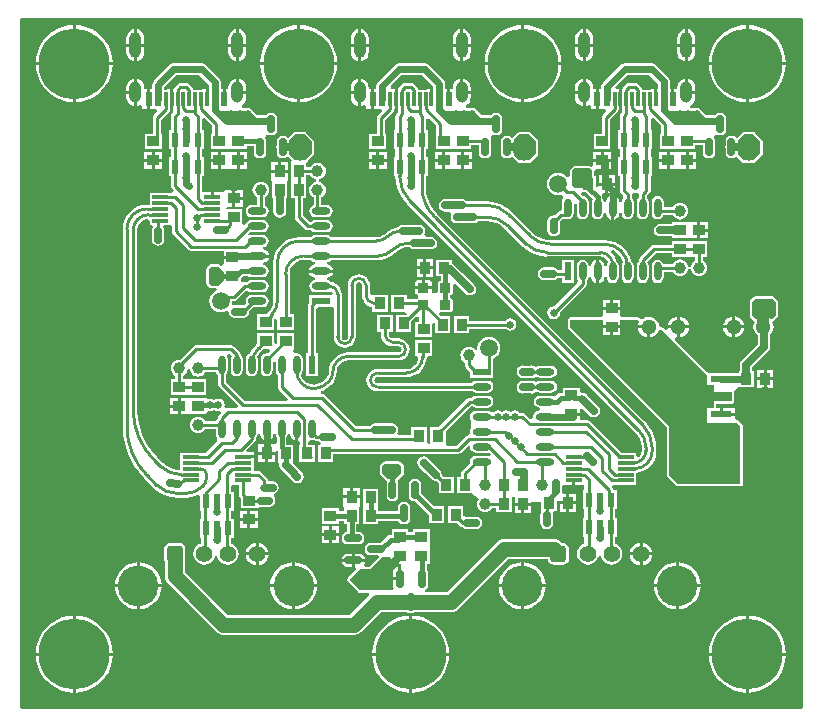
<source format=gtl>
G04*
G04 #@! TF.GenerationSoftware,Altium Limited,Altium Designer,20.0.13 (296)*
G04*
G04 Layer_Physical_Order=1*
G04 Layer_Color=255*
%FSLAX24Y24*%
%MOIN*%
G70*
G01*
G75*
%ADD10C,0.0098*%
%ADD14R,0.0394X0.0354*%
G04:AMPARAMS|DCode=15|XSize=23.6mil|YSize=57.1mil|CornerRadius=0mil|HoleSize=0mil|Usage=FLASHONLY|Rotation=180.000|XOffset=0mil|YOffset=0mil|HoleType=Round|Shape=Octagon|*
%AMOCTAGOND15*
4,1,8,0.0059,-0.0285,-0.0059,-0.0285,-0.0118,-0.0226,-0.0118,0.0226,-0.0059,0.0285,0.0059,0.0285,0.0118,0.0226,0.0118,-0.0226,0.0059,-0.0285,0.0*
%
%ADD15OCTAGOND15*%

%ADD16R,0.0354X0.0394*%
%ADD17R,0.0236X0.0472*%
%ADD18R,0.0118X0.0453*%
%ADD19R,0.0236X0.0453*%
G04:AMPARAMS|DCode=20|XSize=31.5mil|YSize=35.4mil|CornerRadius=3.2mil|HoleSize=0mil|Usage=FLASHONLY|Rotation=90.000|XOffset=0mil|YOffset=0mil|HoleType=Round|Shape=RoundedRectangle|*
%AMROUNDEDRECTD20*
21,1,0.0315,0.0291,0,0,90.0*
21,1,0.0252,0.0354,0,0,90.0*
1,1,0.0063,0.0146,0.0126*
1,1,0.0063,0.0146,-0.0126*
1,1,0.0063,-0.0146,-0.0126*
1,1,0.0063,-0.0146,0.0126*
%
%ADD20ROUNDEDRECTD20*%
%ADD21C,0.0685*%
%ADD22R,0.0681X0.0228*%
%ADD23R,0.0236X0.0610*%
%ADD24O,0.0236X0.0610*%
%ADD25R,0.0610X0.0236*%
%ADD26O,0.0610X0.0236*%
%ADD27R,0.0551X0.0118*%
%ADD28C,0.0394*%
G04:AMPARAMS|DCode=29|XSize=23.6mil|YSize=57.1mil|CornerRadius=0mil|HoleSize=0mil|Usage=FLASHONLY|Rotation=90.000|XOffset=0mil|YOffset=0mil|HoleType=Round|Shape=Octagon|*
%AMOCTAGOND29*
4,1,8,-0.0285,-0.0059,-0.0285,0.0059,-0.0226,0.0118,0.0226,0.0118,0.0285,0.0059,0.0285,-0.0059,0.0226,-0.0118,-0.0226,-0.0118,-0.0285,-0.0059,0.0*
%
%ADD29OCTAGOND29*%

G04:AMPARAMS|DCode=42|XSize=39.4mil|YSize=70.9mil|CornerRadius=19.7mil|HoleSize=0mil|Usage=FLASHONLY|Rotation=180.000|XOffset=0mil|YOffset=0mil|HoleType=Round|Shape=RoundedRectangle|*
%AMROUNDEDRECTD42*
21,1,0.0394,0.0315,0,0,180.0*
21,1,0.0000,0.0709,0,0,180.0*
1,1,0.0394,0.0000,0.0157*
1,1,0.0394,0.0000,0.0157*
1,1,0.0394,0.0000,-0.0157*
1,1,0.0394,0.0000,-0.0157*
%
%ADD42ROUNDEDRECTD42*%
G04:AMPARAMS|DCode=43|XSize=39.4mil|YSize=86.6mil|CornerRadius=19.7mil|HoleSize=0mil|Usage=FLASHONLY|Rotation=180.000|XOffset=0mil|YOffset=0mil|HoleType=Round|Shape=RoundedRectangle|*
%AMROUNDEDRECTD43*
21,1,0.0394,0.0472,0,0,180.0*
21,1,0.0000,0.0866,0,0,180.0*
1,1,0.0394,0.0000,0.0236*
1,1,0.0394,0.0000,0.0236*
1,1,0.0394,0.0000,-0.0236*
1,1,0.0394,0.0000,-0.0236*
%
%ADD43ROUNDEDRECTD43*%
%ADD48C,0.0110*%
%ADD49C,0.0100*%
%ADD50C,0.0230*%
%ADD51C,0.0250*%
%ADD52C,0.0200*%
%ADD53C,0.0220*%
%ADD54C,0.0150*%
%ADD55C,0.0400*%
%ADD56C,0.0500*%
%ADD57C,0.0591*%
%ADD58C,0.2362*%
%ADD59C,0.0559*%
G04:AMPARAMS|DCode=60|XSize=55.9mil|YSize=55.9mil|CornerRadius=14mil|HoleSize=0mil|Usage=FLASHONLY|Rotation=0.000|XOffset=0mil|YOffset=0mil|HoleType=Round|Shape=RoundedRectangle|*
%AMROUNDEDRECTD60*
21,1,0.0559,0.0280,0,0,0.0*
21,1,0.0280,0.0559,0,0,0.0*
1,1,0.0280,0.0140,-0.0140*
1,1,0.0280,-0.0140,-0.0140*
1,1,0.0280,-0.0140,0.0140*
1,1,0.0280,0.0140,0.0140*
%
%ADD60ROUNDEDRECTD60*%
%ADD61C,0.1358*%
%ADD62C,0.0512*%
%ADD63C,0.0256*%
G36*
X25984Y0D02*
X0D01*
Y22953D01*
X25984D01*
Y0D01*
D02*
G37*
%LPC*%
G36*
X3861Y22596D02*
Y22117D01*
X4110D01*
Y22303D01*
X4100Y22381D01*
X4070Y22453D01*
X4023Y22515D01*
X3961Y22562D01*
X3889Y22592D01*
X3861Y22596D01*
D02*
G37*
G36*
X14743D02*
Y22117D01*
X14992D01*
Y22303D01*
X14982Y22381D01*
X14952Y22453D01*
X14905Y22515D01*
X14843Y22562D01*
X14770Y22592D01*
X14743Y22596D01*
D02*
G37*
G36*
X7263Y22596D02*
Y22117D01*
X7512D01*
Y22303D01*
X7502Y22381D01*
X7472Y22453D01*
X7424Y22515D01*
X7362Y22562D01*
X7290Y22592D01*
X7263Y22596D01*
D02*
G37*
G36*
X18822D02*
Y22117D01*
X19071D01*
Y22303D01*
X19061Y22381D01*
X19031Y22453D01*
X18983Y22515D01*
X18921Y22562D01*
X18849Y22592D01*
X18822Y22596D01*
D02*
G37*
G36*
X11341Y22596D02*
Y22117D01*
X11591D01*
Y22303D01*
X11581Y22381D01*
X11551Y22453D01*
X11503Y22515D01*
X11441Y22562D01*
X11369Y22592D01*
X11341Y22596D01*
D02*
G37*
G36*
X22223D02*
Y22117D01*
X22473D01*
Y22303D01*
X22462Y22381D01*
X22433Y22453D01*
X22385Y22515D01*
X22323Y22562D01*
X22251Y22592D01*
X22223Y22596D01*
D02*
G37*
G36*
X22123Y22596D02*
X22096Y22592D01*
X22024Y22562D01*
X21962Y22515D01*
X21914Y22453D01*
X21884Y22381D01*
X21874Y22303D01*
Y22117D01*
X22123D01*
Y22596D01*
D02*
G37*
G36*
X11241D02*
X11214Y22592D01*
X11142Y22562D01*
X11080Y22515D01*
X11032Y22453D01*
X11002Y22381D01*
X10992Y22303D01*
Y22117D01*
X11241D01*
Y22596D01*
D02*
G37*
G36*
X7163Y22596D02*
X7135Y22592D01*
X7063Y22562D01*
X7001Y22515D01*
X6953Y22453D01*
X6923Y22381D01*
X6913Y22303D01*
Y22117D01*
X7163D01*
Y22596D01*
D02*
G37*
G36*
X18722D02*
X18694Y22592D01*
X18622Y22562D01*
X18560Y22515D01*
X18512Y22453D01*
X18482Y22381D01*
X18472Y22303D01*
Y22117D01*
X18722D01*
Y22596D01*
D02*
G37*
G36*
X14643Y22596D02*
X14615Y22592D01*
X14543Y22562D01*
X14481Y22515D01*
X14434Y22453D01*
X14404Y22381D01*
X14394Y22303D01*
Y22117D01*
X14643D01*
Y22596D01*
D02*
G37*
G36*
X3761D02*
X3734Y22592D01*
X3661Y22562D01*
X3599Y22515D01*
X3552Y22453D01*
X3522Y22381D01*
X3512Y22303D01*
Y22117D01*
X3761D01*
Y22596D01*
D02*
G37*
G36*
X4110Y22017D02*
X3861D01*
Y21538D01*
X3889Y21542D01*
X3961Y21571D01*
X4023Y21619D01*
X4070Y21681D01*
X4100Y21753D01*
X4110Y21831D01*
Y22017D01*
D02*
G37*
G36*
X22123D02*
X21874D01*
Y21831D01*
X21884Y21753D01*
X21914Y21681D01*
X21962Y21619D01*
X22024Y21571D01*
X22096Y21542D01*
X22123Y21538D01*
Y22017D01*
D02*
G37*
G36*
X14992D02*
X14743D01*
Y21538D01*
X14770Y21542D01*
X14843Y21571D01*
X14905Y21619D01*
X14952Y21681D01*
X14982Y21753D01*
X14992Y21831D01*
Y22017D01*
D02*
G37*
G36*
X11241D02*
X10992D01*
Y21831D01*
X11002Y21753D01*
X11032Y21681D01*
X11080Y21619D01*
X11142Y21571D01*
X11214Y21542D01*
X11241Y21538D01*
Y22017D01*
D02*
G37*
G36*
X19071D02*
X18822D01*
Y21538D01*
X18849Y21542D01*
X18921Y21571D01*
X18983Y21619D01*
X19031Y21681D01*
X19061Y21753D01*
X19071Y21831D01*
Y22017D01*
D02*
G37*
G36*
X7512D02*
X7263D01*
Y21538D01*
X7290Y21542D01*
X7362Y21571D01*
X7424Y21619D01*
X7472Y21681D01*
X7502Y21753D01*
X7512Y21831D01*
Y22017D01*
D02*
G37*
G36*
X18722D02*
X18472D01*
Y21831D01*
X18482Y21753D01*
X18512Y21681D01*
X18560Y21619D01*
X18622Y21571D01*
X18694Y21542D01*
X18722Y21538D01*
Y22017D01*
D02*
G37*
G36*
X7163D02*
X6913D01*
Y21831D01*
X6923Y21753D01*
X6953Y21681D01*
X7001Y21619D01*
X7063Y21571D01*
X7135Y21542D01*
X7163Y21538D01*
Y22017D01*
D02*
G37*
G36*
X11591D02*
X11341D01*
Y21538D01*
X11369Y21542D01*
X11441Y21571D01*
X11503Y21619D01*
X11551Y21681D01*
X11581Y21753D01*
X11591Y21831D01*
Y22017D01*
D02*
G37*
G36*
X14643D02*
X14394D01*
Y21831D01*
X14404Y21753D01*
X14434Y21681D01*
X14481Y21619D01*
X14543Y21571D01*
X14615Y21542D01*
X14643Y21538D01*
Y22017D01*
D02*
G37*
G36*
X22473D02*
X22223D01*
Y21538D01*
X22251Y21542D01*
X22323Y21571D01*
X22385Y21619D01*
X22433Y21681D01*
X22462Y21753D01*
X22473Y21831D01*
Y22017D01*
D02*
G37*
G36*
X3761D02*
X3512D01*
Y21831D01*
X3522Y21753D01*
X3552Y21681D01*
X3599Y21619D01*
X3661Y21571D01*
X3734Y21542D01*
X3761Y21538D01*
Y22017D01*
D02*
G37*
G36*
X24263Y22738D02*
Y21507D01*
X25494D01*
X25482Y21658D01*
X25435Y21854D01*
X25358Y22040D01*
X25252Y22212D01*
X25121Y22365D01*
X24968Y22496D01*
X24796Y22602D01*
X24610Y22679D01*
X24414Y22726D01*
X24263Y22738D01*
D02*
G37*
G36*
X24163D02*
X24012Y22726D01*
X23815Y22679D01*
X23629Y22602D01*
X23457Y22496D01*
X23304Y22365D01*
X23173Y22212D01*
X23068Y22040D01*
X22990Y21854D01*
X22943Y21658D01*
X22931Y21507D01*
X24163D01*
Y22738D01*
D02*
G37*
G36*
X16782D02*
Y21507D01*
X18013D01*
X18002Y21658D01*
X17954Y21854D01*
X17877Y22040D01*
X17772Y22212D01*
X17641Y22365D01*
X17488Y22496D01*
X17316Y22602D01*
X17129Y22679D01*
X16933Y22726D01*
X16782Y22738D01*
D02*
G37*
G36*
X16682D02*
X16531Y22726D01*
X16335Y22679D01*
X16149Y22602D01*
X15977Y22496D01*
X15824Y22365D01*
X15693Y22212D01*
X15587Y22040D01*
X15510Y21854D01*
X15463Y21658D01*
X15451Y21507D01*
X16682D01*
Y22738D01*
D02*
G37*
G36*
X9302D02*
Y21507D01*
X10533D01*
X10521Y21658D01*
X10474Y21854D01*
X10397Y22040D01*
X10292Y22212D01*
X10161Y22365D01*
X10007Y22496D01*
X9835Y22602D01*
X9649Y22679D01*
X9453Y22726D01*
X9302Y22738D01*
D02*
G37*
G36*
X9202D02*
X9051Y22726D01*
X8855Y22679D01*
X8669Y22602D01*
X8497Y22496D01*
X8343Y22365D01*
X8212Y22212D01*
X8107Y22040D01*
X8030Y21854D01*
X7983Y21658D01*
X7971Y21507D01*
X9202D01*
Y22738D01*
D02*
G37*
G36*
X1822D02*
Y21507D01*
X3053D01*
X3041Y21658D01*
X2994Y21854D01*
X2917Y22040D01*
X2811Y22212D01*
X2680Y22365D01*
X2527Y22496D01*
X2355Y22602D01*
X2169Y22679D01*
X1973Y22726D01*
X1822Y22738D01*
D02*
G37*
G36*
X1722D02*
X1571Y22726D01*
X1375Y22679D01*
X1188Y22602D01*
X1016Y22496D01*
X863Y22365D01*
X732Y22212D01*
X627Y22040D01*
X549Y21854D01*
X502Y21658D01*
X491Y21507D01*
X1722D01*
Y22738D01*
D02*
G37*
G36*
X14743Y20942D02*
Y20542D01*
X14992D01*
Y20650D01*
X14982Y20727D01*
X14952Y20799D01*
X14905Y20861D01*
X14843Y20909D01*
X14770Y20939D01*
X14743Y20942D01*
D02*
G37*
G36*
X7263Y20942D02*
Y20542D01*
X7512D01*
Y20650D01*
X7502Y20727D01*
X7472Y20799D01*
X7424Y20861D01*
X7362Y20909D01*
X7290Y20939D01*
X7263Y20942D01*
D02*
G37*
G36*
X22223Y20942D02*
Y20542D01*
X22473D01*
Y20650D01*
X22462Y20727D01*
X22433Y20799D01*
X22385Y20861D01*
X22323Y20909D01*
X22251Y20939D01*
X22223Y20942D01*
D02*
G37*
G36*
X11241Y20942D02*
X11214Y20939D01*
X11142Y20909D01*
X11080Y20861D01*
X11032Y20799D01*
X11002Y20727D01*
X10992Y20650D01*
Y20542D01*
X11241D01*
Y20942D01*
D02*
G37*
G36*
X18722Y20942D02*
X18694Y20939D01*
X18622Y20909D01*
X18560Y20861D01*
X18512Y20799D01*
X18482Y20727D01*
X18472Y20650D01*
Y20542D01*
X18722D01*
Y20942D01*
D02*
G37*
G36*
X3761Y20942D02*
X3734Y20939D01*
X3661Y20909D01*
X3599Y20861D01*
X3552Y20799D01*
X3522Y20727D01*
X3512Y20650D01*
Y20542D01*
X3761D01*
Y20942D01*
D02*
G37*
G36*
X21024Y21459D02*
X20118D01*
X20042Y21444D01*
X19978Y21400D01*
X19387Y20810D01*
X19344Y20745D01*
X19329Y20669D01*
Y20592D01*
X19263D01*
Y20266D01*
Y19939D01*
X19431D01*
Y19939D01*
X19474Y19940D01*
X19508Y19860D01*
X19391Y19743D01*
X19361Y19698D01*
X19351Y19646D01*
Y19115D01*
X19093D01*
Y18601D01*
X19647D01*
Y19115D01*
X19626D01*
Y19589D01*
X19881Y19844D01*
X19881Y19844D01*
X19911Y19888D01*
X19921Y19939D01*
X19930D01*
Y20266D01*
Y20592D01*
X19845D01*
X19805Y20665D01*
X20200Y21061D01*
X20941D01*
X21219Y20784D01*
Y20592D01*
X21211D01*
Y20266D01*
X21111D01*
Y20592D01*
X21002D01*
Y20572D01*
X20708D01*
X20698Y20624D01*
X20668Y20668D01*
X20570Y20767D01*
X20525Y20796D01*
X20472Y20807D01*
X20276D01*
X20223Y20796D01*
X20178Y20767D01*
X20178Y20767D01*
X20080Y20668D01*
X20050Y20624D01*
X20044Y20592D01*
X20030D01*
Y20266D01*
Y19939D01*
X20040D01*
Y19840D01*
X20001Y19802D01*
X19971Y19757D01*
X19961Y19705D01*
Y19234D01*
X19900D01*
Y18601D01*
X19961D01*
Y18328D01*
X19900D01*
Y17696D01*
X19961D01*
Y17224D01*
X19971Y17172D01*
X20001Y17127D01*
X20069Y17059D01*
X20082Y16983D01*
X20038Y16918D01*
X20022Y16841D01*
X19947D01*
X19930Y16926D01*
X19882Y16998D01*
X19810Y17046D01*
X19774Y17053D01*
Y16654D01*
Y16254D01*
X19810Y16261D01*
X19882Y16309D01*
X19930Y16381D01*
X19947Y16467D01*
X20022D01*
X20038Y16389D01*
X20082Y16324D01*
X20147Y16280D01*
X20224Y16265D01*
X20302Y16280D01*
X20367Y16324D01*
X20411Y16389D01*
X20426Y16467D01*
Y16841D01*
X20411Y16918D01*
X20367Y16983D01*
X20362Y16987D01*
Y17098D01*
X20432Y17158D01*
X20472Y17150D01*
X20516Y17159D01*
X20583Y17106D01*
X20583Y17105D01*
X20587Y17098D01*
Y16987D01*
X20582Y16983D01*
X20538Y16918D01*
X20522Y16841D01*
Y16467D01*
X20538Y16389D01*
X20582Y16324D01*
X20647Y16280D01*
X20724Y16265D01*
X20802Y16280D01*
X20867Y16324D01*
X20911Y16389D01*
X20926Y16467D01*
Y16841D01*
X20911Y16918D01*
X20867Y16983D01*
X20876Y17059D01*
X20944Y17127D01*
X20974Y17172D01*
X20984Y17224D01*
Y17696D01*
X21045D01*
Y18328D01*
X20984D01*
Y18601D01*
X21045D01*
Y19234D01*
X20984D01*
Y19614D01*
X21064Y19647D01*
X21319Y19392D01*
Y19115D01*
X21298D01*
Y18601D01*
X21852D01*
Y18601D01*
X21928D01*
Y18601D01*
X22482D01*
Y18726D01*
X22735D01*
Y18405D01*
X22834Y18306D01*
X23032D01*
X23131Y18405D01*
Y18938D01*
X23088Y18981D01*
X23112Y19056D01*
X23168Y19113D01*
X23208Y19074D01*
X23406D01*
X23505Y19173D01*
Y19705D01*
X23406Y19804D01*
X23208D01*
X23130Y19726D01*
X22838D01*
X22707Y19857D01*
X22670Y19914D01*
X22601Y19960D01*
X22520Y19976D01*
X22453Y19963D01*
X22337D01*
X22313Y19984D01*
X22323Y20073D01*
X22327Y20079D01*
X22385Y20123D01*
X22433Y20185D01*
X22462Y20257D01*
X22473Y20335D01*
Y20442D01*
X22173D01*
Y20492D01*
X22123D01*
Y20942D01*
X22096Y20939D01*
X22024Y20909D01*
X21962Y20861D01*
X21914Y20799D01*
X21884Y20727D01*
X21874Y20650D01*
Y20592D01*
X21782D01*
Y20266D01*
X21682D01*
Y20592D01*
X21616D01*
Y20866D01*
X21601Y20942D01*
X21558Y21007D01*
X21164Y21400D01*
X21100Y21444D01*
X21024Y21459D01*
D02*
G37*
G36*
X13465D02*
X12598D01*
X12522Y21444D01*
X12458Y21400D01*
X11907Y20849D01*
X11864Y20785D01*
X11848Y20709D01*
Y20592D01*
X11782D01*
Y20266D01*
Y19939D01*
X11950D01*
Y19939D01*
X11994Y19940D01*
X12028Y19860D01*
X11911Y19743D01*
X11881Y19698D01*
X11870Y19646D01*
Y19115D01*
X11613D01*
Y18601D01*
X12167D01*
Y19115D01*
X12146D01*
Y19589D01*
X12400Y19844D01*
X12400Y19844D01*
X12430Y19888D01*
X12440Y19939D01*
X12450D01*
Y20266D01*
Y20592D01*
X12341D01*
X12332Y20599D01*
X12321Y20702D01*
X12681Y21061D01*
X13382D01*
X13738Y20705D01*
Y20592D01*
X13731D01*
Y20266D01*
X13631D01*
Y20592D01*
X13522D01*
Y20572D01*
X13228D01*
X13218Y20624D01*
X13188Y20668D01*
X13089Y20767D01*
X13045Y20796D01*
X12992Y20807D01*
X12795D01*
X12743Y20796D01*
X12698Y20767D01*
X12698Y20767D01*
X12600Y20668D01*
X12570Y20624D01*
X12563Y20592D01*
X12550D01*
Y20266D01*
Y19939D01*
X12559D01*
Y19840D01*
X12521Y19802D01*
X12491Y19757D01*
X12480Y19705D01*
Y19234D01*
X12420D01*
Y18601D01*
X12480D01*
Y18328D01*
X12420D01*
Y17696D01*
X12481D01*
X12496Y17506D01*
X12545Y17301D01*
X12625Y17106D01*
X12736Y16926D01*
X12873Y16766D01*
X12874Y16767D01*
X12874Y16767D01*
X20429Y9212D01*
X20484Y9157D01*
X20534Y9097D01*
X20572Y9051D01*
X20637Y8930D01*
X20677Y8798D01*
X20690Y8665D01*
X20689Y8661D01*
Y8543D01*
X20690Y8537D01*
X20672Y8444D01*
X20616Y8360D01*
X20593Y8345D01*
X20513Y8388D01*
Y8486D01*
X20009D01*
X18967Y9528D01*
X18924Y9557D01*
X18873Y9567D01*
X18643D01*
Y9714D01*
X18346D01*
Y9814D01*
X18643D01*
Y9933D01*
X18717Y9964D01*
X18739Y9942D01*
X18748Y9929D01*
X18761Y9920D01*
X18936Y9745D01*
X18945Y9732D01*
X19013Y9686D01*
X19094Y9670D01*
X19176Y9686D01*
X19244Y9732D01*
X19290Y9801D01*
X19307Y9882D01*
X19290Y9963D01*
X19244Y10032D01*
X19232Y10040D01*
X19056Y10216D01*
X19048Y10229D01*
X19035Y10237D01*
X18888Y10384D01*
X18871Y10395D01*
X18851Y10426D01*
X18782Y10471D01*
X18701Y10488D01*
X18623Y10554D01*
Y10651D01*
X18070D01*
Y10473D01*
X17992D01*
X17932Y10461D01*
X17880Y10427D01*
X17797Y10343D01*
X17787D01*
X17745Y10372D01*
X17667Y10387D01*
X17293D01*
X17216Y10372D01*
X17150Y10328D01*
X17107Y10262D01*
X17091Y10185D01*
X17107Y10108D01*
X17150Y10042D01*
X17216Y9998D01*
X17293Y9983D01*
Y9907D01*
X17208Y9890D01*
X17136Y9842D01*
X17088Y9770D01*
X17071Y9685D01*
X17007Y9621D01*
X16959Y9617D01*
X16796Y9779D01*
X16753Y9808D01*
X16703Y9818D01*
X16618D01*
X16607Y9835D01*
X16538Y9881D01*
X16457Y9897D01*
X16376Y9881D01*
X16319Y9843D01*
X16262Y9881D01*
X16181Y9897D01*
X16100Y9881D01*
X16043Y9843D01*
X15987Y9881D01*
X15906Y9897D01*
X15824Y9881D01*
X15756Y9835D01*
X15672Y9836D01*
X15619Y9872D01*
X15541Y9887D01*
X15167D01*
X15090Y9872D01*
X15024Y9828D01*
X14981Y9762D01*
X14965Y9685D01*
X14981Y9608D01*
X15000Y9579D01*
Y9291D01*
X14981Y9262D01*
X14965Y9185D01*
X14973Y9147D01*
X14922Y9071D01*
X14914Y9066D01*
X14868Y9057D01*
X14825Y9028D01*
X14512Y8715D01*
X14196D01*
X14155Y8778D01*
X14155Y8795D01*
Y9204D01*
X14954Y10003D01*
X15024Y10042D01*
X15090Y9998D01*
X15167Y9983D01*
X15541D01*
X15619Y9998D01*
X15684Y10042D01*
X15728Y10108D01*
X15743Y10185D01*
X15728Y10262D01*
X15684Y10328D01*
X15619Y10372D01*
X15541Y10387D01*
X15167D01*
X15090Y10372D01*
X15024Y10328D01*
X15018Y10318D01*
X14949D01*
X14898Y10308D01*
X14855Y10279D01*
X13908Y9332D01*
X13640D01*
Y8795D01*
X13640Y8778D01*
X13630Y8763D01*
X13591D01*
X13525Y8839D01*
Y9332D01*
X13011D01*
Y9070D01*
X12587D01*
X12544Y9150D01*
X12558Y9171D01*
X12574Y9252D01*
X12558Y9333D01*
X12512Y9402D01*
X12443Y9448D01*
X12362Y9464D01*
X12347Y9461D01*
X12102D01*
X12087Y9464D01*
X12071Y9461D01*
X11826D01*
X11811Y9464D01*
X11730Y9448D01*
X11661Y9402D01*
X11649Y9385D01*
X11157D01*
X10133Y10409D01*
X10090Y10437D01*
X10039Y10448D01*
X9997D01*
X9985Y10528D01*
X10049Y10547D01*
X10204Y10630D01*
X10341Y10742D01*
X10359Y10765D01*
X10361Y10766D01*
X10368Y10776D01*
X10423Y10843D01*
X10479Y10948D01*
X10514Y11062D01*
X10526Y11180D01*
X10526D01*
X10534Y11256D01*
X10537Y11279D01*
X10575Y11371D01*
X10636Y11450D01*
X10715Y11510D01*
X10807Y11548D01*
X10903Y11561D01*
X10906Y11560D01*
X12503D01*
X12583Y11560D01*
X12584Y11560D01*
X12679Y11572D01*
X12769Y11609D01*
X12845Y11668D01*
X12904Y11744D01*
X12941Y11834D01*
X12953Y11929D01*
X12941Y12025D01*
X12904Y12114D01*
X12845Y12190D01*
X12769Y12249D01*
X12679Y12286D01*
X12584Y12299D01*
X12583Y12298D01*
X12503Y12298D01*
X12402D01*
X12401Y12298D01*
X12347Y12309D01*
X12300Y12340D01*
X12269Y12386D01*
X12258Y12440D01*
X12259Y12441D01*
Y12518D01*
X12383D01*
Y13072D01*
X11869D01*
Y12518D01*
X11986D01*
X11992Y12441D01*
X11992D01*
X12006Y12335D01*
X12047Y12236D01*
X12112Y12152D01*
X12197Y12087D01*
X12296Y12046D01*
X12402Y12032D01*
Y12033D01*
X12583D01*
X12584Y12033D01*
X12584Y12032D01*
X12584Y12032D01*
X12623Y12024D01*
X12657Y12002D01*
X12679Y11969D01*
X12687Y11929D01*
X12679Y11890D01*
X12657Y11856D01*
X12623Y11834D01*
X12584Y11826D01*
X12584Y11826D01*
X12584Y11826D01*
X12583Y11825D01*
X10906D01*
Y11826D01*
X10779Y11814D01*
X10658Y11777D01*
X10547Y11717D01*
X10449Y11637D01*
X10368Y11539D01*
X10309Y11427D01*
X10272Y11306D01*
X10260Y11180D01*
X10260D01*
X10251Y11104D01*
X10249Y11092D01*
X10215Y11010D01*
X10170Y10950D01*
X10169Y10950D01*
X10169Y10950D01*
X10112Y10897D01*
X10056Y10851D01*
X9947Y10793D01*
X9835Y10759D01*
X9757Y10750D01*
D01*
X9683Y10758D01*
X9652Y10762D01*
X9544Y10806D01*
X9451Y10878D01*
X9380Y10970D01*
X9335Y11078D01*
X9334Y11090D01*
X9376Y11153D01*
X9391Y11230D01*
Y11604D01*
X9376Y11682D01*
X9332Y11747D01*
X9266Y11791D01*
X9189Y11806D01*
X9135Y11796D01*
X9092Y11821D01*
X9070Y11908D01*
X9089Y11937D01*
X9096Y11948D01*
X9096Y12011D01*
Y12462D01*
X8542D01*
Y12136D01*
X8506Y12109D01*
X8426Y12148D01*
Y12462D01*
X7873D01*
Y12130D01*
X7825Y12070D01*
X7825Y12070D01*
X7710Y11930D01*
X7639Y11796D01*
X7612Y11791D01*
X7546Y11747D01*
X7502Y11682D01*
X7487Y11604D01*
Y11230D01*
X7502Y11153D01*
X7546Y11087D01*
X7612Y11044D01*
X7689Y11028D01*
X7766Y11044D01*
X7832Y11087D01*
X7876Y11153D01*
X7891Y11230D01*
Y11604D01*
X7876Y11679D01*
X7932Y11782D01*
X8012Y11880D01*
X8014Y11881D01*
X8080Y11948D01*
X8270D01*
X8300Y11874D01*
X8226Y11799D01*
X8189Y11806D01*
X8112Y11791D01*
X8046Y11747D01*
X8002Y11682D01*
X7987Y11604D01*
Y11230D01*
X8002Y11153D01*
X8046Y11087D01*
X8112Y11044D01*
X8189Y11028D01*
X8266Y11044D01*
X8332Y11087D01*
X8376Y11153D01*
X8391Y11230D01*
Y11526D01*
X8407Y11537D01*
X8487Y11494D01*
Y11230D01*
X8502Y11153D01*
X8546Y11087D01*
X8556Y11081D01*
Y10681D01*
X8567Y10630D01*
X8595Y10587D01*
X8891Y10291D01*
X8858Y10211D01*
X7456D01*
X6822Y10846D01*
Y11081D01*
X6832Y11087D01*
X6876Y11153D01*
X6891Y11230D01*
Y11604D01*
X6876Y11682D01*
X6859Y11706D01*
X6893Y11778D01*
X6964Y11785D01*
X7029Y11721D01*
X7002Y11682D01*
X6987Y11604D01*
Y11230D01*
X7002Y11153D01*
X7046Y11087D01*
X7112Y11044D01*
X7189Y11028D01*
X7266Y11044D01*
X7332Y11087D01*
X7376Y11153D01*
X7391Y11230D01*
Y11604D01*
X7376Y11682D01*
X7332Y11747D01*
X7320Y11755D01*
X7311Y11799D01*
X7283Y11842D01*
X7102Y12023D01*
X7059Y12052D01*
X7008Y12062D01*
X5827D01*
X5776Y12052D01*
X5733Y12023D01*
X5287Y11577D01*
X5276Y11578D01*
X5203Y11569D01*
X5136Y11541D01*
X5078Y11497D01*
X5034Y11439D01*
X5006Y11371D01*
X4996Y11299D01*
X5006Y11227D01*
X5034Y11160D01*
X5078Y11102D01*
X5136Y11057D01*
X5143Y11054D01*
Y10926D01*
X4999D01*
Y10412D01*
X5552D01*
Y10412D01*
X5629D01*
Y10412D01*
X6182D01*
Y10926D01*
X5629D01*
Y10926D01*
X5552D01*
Y10926D01*
X5408D01*
Y11054D01*
X5415Y11057D01*
X5473Y11102D01*
X5517Y11160D01*
X5545Y11227D01*
X5549Y11255D01*
X5550Y11264D01*
X5631D01*
X5632Y11255D01*
X5636Y11227D01*
X5664Y11160D01*
X5708Y11102D01*
X5766Y11057D01*
X5833Y11029D01*
X5906Y11020D01*
X5978Y11029D01*
X6045Y11057D01*
X6103Y11102D01*
X6147Y11160D01*
X6150Y11167D01*
X6500D01*
X6502Y11153D01*
X6546Y11087D01*
X6556Y11081D01*
Y10791D01*
X6567Y10741D01*
X6595Y10698D01*
X7238Y10055D01*
X7205Y9975D01*
X6890D01*
X6840Y9965D01*
X6830Y9970D01*
X6775Y10018D01*
X6787Y10079D01*
X6771Y10160D01*
X6725Y10229D01*
X6656Y10275D01*
X6575Y10291D01*
X6494Y10275D01*
X6437Y10237D01*
X6437D01*
X6380Y10275D01*
X6299Y10291D01*
X6262Y10283D01*
X6182Y10297D01*
Y10297D01*
X5644Y10297D01*
X5572Y10317D01*
X5557Y10317D01*
X5326D01*
Y10039D01*
Y9762D01*
X5557D01*
X5572Y9762D01*
X5644Y9782D01*
X5652Y9782D01*
X6182D01*
Y9818D01*
X6262Y9874D01*
X6299Y9867D01*
X6380Y9883D01*
X6437Y9921D01*
X6437D01*
X6494Y9883D01*
X6575Y9867D01*
X6623Y9876D01*
X6662Y9803D01*
X6595Y9735D01*
X6567Y9692D01*
X6556Y9642D01*
Y9628D01*
X6546Y9621D01*
X6502Y9556D01*
X6500Y9542D01*
X6150D01*
X6147Y9549D01*
X6103Y9607D01*
X6045Y9651D01*
X5978Y9679D01*
X5906Y9689D01*
X5833Y9679D01*
X5766Y9651D01*
X5708Y9607D01*
X5664Y9549D01*
X5636Y9482D01*
X5626Y9409D01*
X5636Y9337D01*
X5664Y9270D01*
X5708Y9212D01*
X5766Y9168D01*
X5833Y9140D01*
X5906Y9130D01*
X5978Y9140D01*
X6045Y9168D01*
X6103Y9212D01*
X6147Y9270D01*
X6150Y9277D01*
X6487D01*
Y9104D01*
X6502Y9027D01*
X6546Y8961D01*
X6545Y8866D01*
X6163Y8484D01*
X6025D01*
Y8486D01*
X5314D01*
Y8207D01*
Y7953D01*
X5254Y7900D01*
X5167Y7908D01*
X5005Y7958D01*
X4855Y8037D01*
X4729Y8141D01*
X4726Y8146D01*
X4526Y8346D01*
X4518Y8351D01*
X4333Y8562D01*
X4172Y8803D01*
X4044Y9063D01*
X3951Y9337D01*
X3894Y9621D01*
X3876Y9902D01*
X3878Y9911D01*
Y15906D01*
X3877Y15908D01*
X3890Y16003D01*
X3927Y16093D01*
X3987Y16171D01*
X4064Y16230D01*
X4155Y16268D01*
X4210Y16275D01*
X4290Y16218D01*
Y16081D01*
X4372D01*
X4390Y16055D01*
X4407Y16001D01*
X4371Y15947D01*
X4355Y15866D01*
X4358Y15851D01*
Y15606D01*
X4355Y15591D01*
X4371Y15509D01*
X4417Y15441D01*
X4486Y15395D01*
X4567Y15379D01*
X4648Y15395D01*
X4717Y15441D01*
X4763Y15509D01*
X4779Y15591D01*
X4776Y15606D01*
Y15851D01*
X4779Y15866D01*
X4763Y15947D01*
X4727Y16001D01*
X4744Y16055D01*
X4762Y16081D01*
X5001D01*
X5020Y16009D01*
Y15866D01*
X5030Y15813D01*
X5060Y15769D01*
X5572Y15257D01*
X5572Y15257D01*
X5617Y15227D01*
X5669Y15217D01*
X6750D01*
Y15050D01*
X7047D01*
Y14950D01*
X6750D01*
Y14801D01*
X6750Y14774D01*
X6681Y14712D01*
X6662Y14713D01*
X6632Y14743D01*
X6606Y14760D01*
X6575Y14767D01*
X6575Y14767D01*
X6339D01*
X6307Y14760D01*
X6281Y14743D01*
X6281Y14743D01*
X6202Y14664D01*
X6184Y14638D01*
X6178Y14606D01*
X6178Y14606D01*
Y14134D01*
X6184Y14103D01*
X6202Y14076D01*
X6202Y14076D01*
X6281Y13997D01*
X6307Y13980D01*
X6339Y13974D01*
X6339Y13974D01*
X6503D01*
X6518Y13894D01*
X6464Y13871D01*
X6386Y13811D01*
X6326Y13733D01*
X6288Y13641D01*
X6275Y13543D01*
X6288Y13445D01*
X6326Y13354D01*
X6386Y13276D01*
X6464Y13216D01*
X6556Y13178D01*
X6654Y13165D01*
X6752Y13178D01*
X6837Y13213D01*
X6863Y13205D01*
X6917Y13172D01*
X6930Y13108D01*
X6976Y13039D01*
X7045Y12993D01*
X7126Y12977D01*
X7141Y12980D01*
X7386D01*
X7402Y12977D01*
X7483Y12993D01*
X7552Y13039D01*
X7597Y13108D01*
X7614Y13189D01*
X7610Y13209D01*
X7737Y13337D01*
X8061D01*
X8138Y13353D01*
X8204Y13397D01*
X8248Y13462D01*
X8263Y13539D01*
X8248Y13617D01*
X8204Y13682D01*
X8138Y13726D01*
X8061Y13741D01*
X7687D01*
X7610Y13726D01*
X7544Y13682D01*
X7500Y13617D01*
X7485Y13539D01*
X7498Y13473D01*
X7422Y13397D01*
X7402Y13401D01*
X7386Y13398D01*
X7141D01*
X7126Y13401D01*
X7084Y13393D01*
X7049Y13421D01*
X7026Y13450D01*
X7045Y13529D01*
X7087D01*
X7137Y13539D01*
X7180Y13568D01*
X7472Y13860D01*
X7544Y13897D01*
X7610Y13853D01*
X7687Y13837D01*
X8061D01*
X8138Y13853D01*
X8204Y13897D01*
X8248Y13962D01*
X8263Y14039D01*
X8248Y14117D01*
X8204Y14182D01*
X8138Y14226D01*
X8061Y14241D01*
X7687D01*
X7610Y14226D01*
X7544Y14182D01*
X7537Y14172D01*
X7465D01*
X7414Y14162D01*
X7404Y14155D01*
X7324Y14196D01*
Y14305D01*
X7400Y14381D01*
X7567D01*
X7610Y14353D01*
X7687Y14337D01*
X8061D01*
X8138Y14353D01*
X8204Y14397D01*
X8248Y14462D01*
X8263Y14539D01*
X8248Y14617D01*
X8204Y14682D01*
X8138Y14726D01*
X8061Y14741D01*
Y14817D01*
X8146Y14834D01*
X8218Y14882D01*
X8266Y14954D01*
X8273Y14989D01*
X7874D01*
Y15089D01*
X8273D01*
X8266Y15124D01*
X8218Y15197D01*
X8146Y15245D01*
X8061Y15262D01*
Y15337D01*
X8138Y15353D01*
X8204Y15397D01*
X8248Y15462D01*
X8263Y15539D01*
X8248Y15617D01*
X8204Y15682D01*
X8138Y15726D01*
X8061Y15741D01*
X7687D01*
X7610Y15726D01*
X7606Y15724D01*
X7555Y15786D01*
X7620Y15851D01*
X7687Y15837D01*
X8061D01*
X8138Y15853D01*
X8204Y15897D01*
X8248Y15962D01*
X8263Y16039D01*
X8248Y16117D01*
X8204Y16182D01*
X8138Y16226D01*
X8061Y16241D01*
X7687D01*
X7610Y16226D01*
X7544Y16182D01*
X7508Y16127D01*
X7452Y16072D01*
X7433Y16071D01*
X7363Y16133D01*
X7363Y16155D01*
Y16596D01*
X6810D01*
Y16596D01*
X6808Y16596D01*
X6804Y16608D01*
X6804Y16621D01*
X6859Y16691D01*
X7037D01*
Y16968D01*
Y17246D01*
X6790D01*
Y17232D01*
X6754Y17167D01*
X6710Y17167D01*
X6428D01*
Y17008D01*
X6328D01*
Y17167D01*
X6023D01*
Y17696D01*
X6084D01*
Y18328D01*
X6023D01*
Y18601D01*
X6084D01*
Y19234D01*
X6023D01*
Y19614D01*
X6103Y19647D01*
X6358Y19392D01*
Y19115D01*
X6337D01*
Y18601D01*
X6891D01*
Y18601D01*
X6967D01*
Y18601D01*
X7521D01*
Y18700D01*
X7774D01*
Y18405D01*
X7873Y18306D01*
X8072D01*
X8171Y18405D01*
Y18938D01*
X8128Y18981D01*
X8151Y19056D01*
X8208Y19113D01*
X8247Y19074D01*
X8446D01*
X8545Y19173D01*
Y19705D01*
X8446Y19804D01*
X8247D01*
X8169Y19726D01*
X7878D01*
X7747Y19857D01*
X7709Y19914D01*
X7640Y19960D01*
X7559Y19976D01*
X7493Y19963D01*
X7377D01*
X7352Y19984D01*
X7362Y20073D01*
X7366Y20079D01*
X7424Y20123D01*
X7472Y20185D01*
X7502Y20257D01*
X7512Y20335D01*
Y20442D01*
X7213D01*
Y20492D01*
X7163D01*
Y20942D01*
X7135Y20939D01*
X7063Y20909D01*
X7001Y20861D01*
X6953Y20799D01*
X6923Y20727D01*
X6913Y20650D01*
Y20592D01*
X6822D01*
Y20266D01*
X6722D01*
Y20592D01*
X6656D01*
Y20827D01*
X6640Y20903D01*
X6597Y20967D01*
X6164Y21400D01*
X6100Y21444D01*
X6024Y21459D01*
X5079D01*
X5003Y21444D01*
X4938Y21400D01*
X4426Y20889D01*
X4383Y20824D01*
X4368Y20748D01*
Y20592D01*
X4302D01*
Y20266D01*
Y19939D01*
X4470D01*
Y19939D01*
X4514Y19940D01*
X4547Y19860D01*
X4430Y19743D01*
X4400Y19698D01*
X4390Y19646D01*
Y19115D01*
X4133D01*
Y18601D01*
X4686D01*
Y19115D01*
X4665D01*
Y19589D01*
X4920Y19844D01*
X4920Y19844D01*
X4950Y19888D01*
X4960Y19939D01*
X4970D01*
Y20266D01*
Y20592D01*
X4861D01*
Y20572D01*
X4766D01*
Y20666D01*
X5161Y21061D01*
X5941D01*
X6258Y20744D01*
Y20592D01*
X6251D01*
Y20266D01*
X6151D01*
Y20592D01*
X6042D01*
Y20572D01*
X5748D01*
X5737Y20624D01*
X5708Y20668D01*
X5609Y20767D01*
X5564Y20796D01*
X5512Y20807D01*
X5315D01*
X5262Y20796D01*
X5244Y20785D01*
X5218Y20767D01*
X5218Y20767D01*
X5119Y20668D01*
X5089Y20624D01*
X5083Y20592D01*
X5070D01*
Y20266D01*
Y19939D01*
X5079D01*
Y19840D01*
X5040Y19802D01*
X5011Y19757D01*
X5000Y19705D01*
Y19234D01*
X4940D01*
Y18601D01*
X5000D01*
Y18328D01*
X4940D01*
Y17696D01*
X5000D01*
Y17382D01*
X5011Y17329D01*
X5040Y17285D01*
X5088Y17237D01*
X5062Y17161D01*
X5001Y17147D01*
X5001Y17147D01*
X5001Y17147D01*
X4290D01*
Y16752D01*
X4191D01*
Y16753D01*
X4035Y16738D01*
X3885Y16692D01*
X3747Y16618D01*
X3626Y16519D01*
X3526Y16398D01*
X3452Y16259D01*
X3407Y16109D01*
X3391Y15953D01*
X3393D01*
Y9431D01*
X3391Y9351D01*
X3391Y9351D01*
X3396Y9273D01*
X3407Y9078D01*
X3452Y8809D01*
X3528Y8546D01*
X3633Y8294D01*
X3765Y8054D01*
X3923Y7831D01*
X4105Y7627D01*
X4106Y7628D01*
X4106Y7628D01*
X4413Y7322D01*
X4412Y7321D01*
X4548Y7205D01*
X4700Y7112D01*
X4866Y7043D01*
X5039Y7001D01*
X5217Y6987D01*
Y6988D01*
X5483D01*
Y6986D01*
X5672Y7005D01*
X5854Y7060D01*
X5895Y7082D01*
X5963Y7041D01*
Y6554D01*
X5984D01*
Y6281D01*
X5963D01*
Y5648D01*
X5984D01*
Y5454D01*
X5921Y5428D01*
X5846Y5371D01*
X5788Y5295D01*
X5752Y5208D01*
X5740Y5114D01*
X5752Y5020D01*
X5788Y4933D01*
X5846Y4858D01*
X5921Y4800D01*
X6009Y4764D01*
X6102Y4752D01*
X6196Y4764D01*
X6284Y4800D01*
X6359Y4858D01*
X6416Y4933D01*
X6453Y5020D01*
X6456Y5044D01*
X6536D01*
X6539Y5020D01*
X6576Y4933D01*
X6633Y4858D01*
X6708Y4800D01*
X6796Y4764D01*
X6890Y4752D01*
X6984Y4764D01*
X7071Y4800D01*
X7146Y4858D01*
X7204Y4933D01*
X7240Y5020D01*
X7252Y5114D01*
X7240Y5208D01*
X7204Y5295D01*
X7146Y5371D01*
X7071Y5428D01*
X7008Y5454D01*
Y5648D01*
X7108D01*
Y6281D01*
X7008D01*
Y6554D01*
X7108D01*
Y7186D01*
X7008D01*
Y7356D01*
X7046Y7420D01*
X7269D01*
Y7087D01*
X7279Y7036D01*
X7308Y6993D01*
X7322Y6979D01*
Y6633D01*
X7875D01*
Y6633D01*
X7955Y6685D01*
X7992Y6678D01*
X8007Y6681D01*
X8253D01*
X8268Y6678D01*
X8349Y6694D01*
X8418Y6740D01*
X8464Y6809D01*
X8480Y6890D01*
X8464Y6971D01*
X8418Y7040D01*
X8439Y7121D01*
X8467Y7127D01*
X8536Y7173D01*
X8582Y7242D01*
X8598Y7323D01*
X8582Y7404D01*
X8536Y7473D01*
X8467Y7519D01*
X8386Y7535D01*
X8371Y7532D01*
X8243D01*
Y7559D01*
X8233Y7610D01*
X8204Y7653D01*
X8007Y7850D01*
X7964Y7878D01*
X7913Y7888D01*
X7757D01*
Y8187D01*
X7777D01*
Y8296D01*
X7402D01*
Y8396D01*
X7777D01*
Y8506D01*
X7545D01*
X7514Y8579D01*
X7786Y8851D01*
X7786Y8851D01*
X7816Y8896D01*
X7827Y8949D01*
Y8958D01*
X7832Y8961D01*
X7876Y9027D01*
X7891Y9104D01*
X7967D01*
X7984Y9019D01*
X8032Y8947D01*
X8104Y8899D01*
X8139Y8892D01*
Y9291D01*
X8239D01*
Y8892D01*
X8274Y8899D01*
X8346Y8947D01*
X8394Y9019D01*
X8411Y9104D01*
X8487D01*
X8502Y9027D01*
X8531Y8984D01*
Y8798D01*
X8466Y8761D01*
X8451Y8761D01*
X8239D01*
Y8515D01*
X8466D01*
Y8515D01*
X8546Y8553D01*
X8562Y8541D01*
Y8188D01*
X8562D01*
X8614Y8108D01*
X8607Y8071D01*
X8623Y7990D01*
X8669Y7921D01*
X8682Y7912D01*
X8857Y7737D01*
X8866Y7724D01*
X8879Y7716D01*
X9054Y7540D01*
X9063Y7527D01*
X9131Y7481D01*
X9213Y7465D01*
X9294Y7481D01*
X9363Y7527D01*
X9408Y7596D01*
X9425Y7677D01*
X9408Y7758D01*
X9363Y7827D01*
X9350Y7836D01*
X9174Y8011D01*
X9166Y8024D01*
X9153Y8033D01*
X9053Y8132D01*
X9076Y8188D01*
X9076D01*
Y8741D01*
X8847D01*
Y8984D01*
X8876Y9027D01*
X8891Y9104D01*
X8967D01*
X8984Y9019D01*
X9032Y8947D01*
X9104Y8899D01*
X9139Y8892D01*
Y9291D01*
X9239D01*
Y8880D01*
X9306Y8832D01*
Y8741D01*
X9270D01*
Y8188D01*
X9785D01*
Y8327D01*
X9787Y8338D01*
X9785Y8348D01*
Y8741D01*
X9572D01*
Y8856D01*
X9652Y8910D01*
X9689Y8902D01*
X9758Y8916D01*
X9792Y8893D01*
X9843Y8883D01*
X9917D01*
X9929Y8866D01*
X9995Y8821D01*
X9997Y8815D01*
X9982Y8741D01*
X9900D01*
Y8188D01*
X10415D01*
Y8450D01*
X14567D01*
X14618Y8460D01*
X14661Y8489D01*
X14890Y8719D01*
X14950Y8692D01*
X14966Y8681D01*
X14981Y8608D01*
X15024Y8542D01*
X15090Y8498D01*
X15167Y8483D01*
X15541D01*
X15608Y8496D01*
X15671Y8433D01*
X15620Y8371D01*
X15619Y8372D01*
X15541Y8387D01*
X15167D01*
X15090Y8372D01*
X15024Y8328D01*
X14981Y8262D01*
X14965Y8185D01*
X14972Y8152D01*
X14709Y7889D01*
X14681Y7846D01*
X14671Y7795D01*
Y7678D01*
X14546D01*
Y7125D01*
X14981D01*
X15041Y7125D01*
X15142Y7046D01*
X15203Y6999D01*
X15262Y6953D01*
X15231Y6911D01*
X15203Y6844D01*
X15193Y6772D01*
X15203Y6699D01*
X15231Y6632D01*
X15275Y6574D01*
X15333Y6530D01*
X15400Y6502D01*
X15472Y6492D01*
X15545Y6502D01*
X15612Y6530D01*
X15670Y6574D01*
X15714Y6632D01*
X15717Y6639D01*
X15845D01*
Y6495D01*
X16360D01*
Y7008D01*
X16455D01*
Y6822D01*
X16732D01*
X17009D01*
Y6850D01*
X17341D01*
Y6534D01*
X17341Y6534D01*
X17341D01*
X17330Y6511D01*
X17324Y6498D01*
X17317Y6464D01*
X17317Y6464D01*
X17317Y6463D01*
X17308Y6417D01*
X17311Y6402D01*
Y6157D01*
X17308Y6142D01*
X17324Y6061D01*
X17370Y5992D01*
X17439Y5946D01*
X17520Y5930D01*
X17601Y5946D01*
X17670Y5992D01*
X17716Y6061D01*
X17732Y6142D01*
X17729Y6157D01*
Y6402D01*
X17732Y6417D01*
X17724Y6454D01*
X17781Y6534D01*
X17856D01*
Y6898D01*
X17871Y6909D01*
X17951Y6866D01*
Y6861D01*
X18178D01*
Y7108D01*
X18109D01*
X18043Y7188D01*
X18047Y7205D01*
X18044Y7220D01*
Y7322D01*
X18050Y7400D01*
X18375D01*
Y7559D01*
X18475D01*
Y7400D01*
X18780D01*
Y7226D01*
X18719D01*
Y6593D01*
X18780D01*
Y6320D01*
X18719D01*
Y5688D01*
X18780D01*
Y5454D01*
X18716Y5428D01*
X18641Y5371D01*
X18584Y5295D01*
X18547Y5208D01*
X18535Y5114D01*
X18547Y5020D01*
X18584Y4933D01*
X18641Y4858D01*
X18716Y4800D01*
X18804Y4764D01*
X18898Y4752D01*
X18991Y4764D01*
X19079Y4800D01*
X19154Y4858D01*
X19212Y4933D01*
X19248Y5020D01*
X19251Y5044D01*
X19332D01*
X19335Y5020D01*
X19371Y4933D01*
X19429Y4858D01*
X19504Y4800D01*
X19591Y4764D01*
X19685Y4752D01*
X19779Y4764D01*
X19866Y4800D01*
X19941Y4858D01*
X19999Y4933D01*
X20035Y5020D01*
X20048Y5114D01*
X20035Y5208D01*
X19999Y5295D01*
X19941Y5371D01*
X19866Y5428D01*
X19803Y5454D01*
Y5688D01*
X19863D01*
Y6320D01*
X19803D01*
Y6593D01*
X19863D01*
Y7226D01*
X19744D01*
Y7244D01*
X19733Y7297D01*
X19711Y7331D01*
X19741Y7406D01*
X19802Y7420D01*
X19802Y7420D01*
X19802Y7420D01*
X20513D01*
Y7824D01*
X20601Y7833D01*
X20734Y7873D01*
X20856Y7938D01*
X20963Y8026D01*
X21051Y8133D01*
X21116Y8256D01*
X21157Y8388D01*
X21170Y8526D01*
X21169D01*
Y8661D01*
X21170D01*
X21156Y8846D01*
X21113Y9027D01*
X21042Y9198D01*
X20945Y9356D01*
X20824Y9497D01*
X20824Y9497D01*
X20767Y9553D01*
X13933Y16387D01*
X13878Y16442D01*
X13877Y16443D01*
X13824Y16501D01*
X13736Y16603D01*
X13634Y16770D01*
X13559Y16952D01*
X13513Y17143D01*
X13498Y17333D01*
X13499Y17339D01*
Y17696D01*
X13564D01*
Y18328D01*
X13504D01*
Y18601D01*
X13564D01*
Y19234D01*
X13504D01*
Y19614D01*
X13584Y19647D01*
X13839Y19392D01*
Y19115D01*
X13818D01*
Y18601D01*
X14371D01*
Y18601D01*
X14448D01*
Y18601D01*
X15001D01*
Y18726D01*
X15255D01*
Y18405D01*
X15354Y18306D01*
X15552D01*
X15651Y18405D01*
Y18938D01*
X15655Y19033D01*
X15719Y19083D01*
X15728Y19074D01*
X15926D01*
X16025Y19173D01*
Y19705D01*
X15926Y19804D01*
X15728D01*
X15650Y19726D01*
X15358D01*
X15227Y19857D01*
X15189Y19914D01*
X15121Y19960D01*
X15039Y19976D01*
X14973Y19963D01*
X14857D01*
X14832Y19984D01*
X14842Y20073D01*
X14847Y20079D01*
X14905Y20123D01*
X14952Y20185D01*
X14982Y20257D01*
X14992Y20335D01*
Y20442D01*
X14693D01*
Y20492D01*
X14643D01*
Y20942D01*
X14615Y20939D01*
X14543Y20909D01*
X14481Y20861D01*
X14434Y20799D01*
X14404Y20727D01*
X14394Y20650D01*
Y20592D01*
X14302D01*
Y20266D01*
X14202D01*
Y20592D01*
X14136D01*
Y20787D01*
X14121Y20863D01*
X14078Y20928D01*
X13605Y21400D01*
X13541Y21444D01*
X13465Y21459D01*
D02*
G37*
G36*
X25494Y21407D02*
X24263D01*
Y20176D01*
X24414Y20187D01*
X24610Y20235D01*
X24796Y20312D01*
X24968Y20417D01*
X25121Y20548D01*
X25252Y20701D01*
X25358Y20873D01*
X25435Y21060D01*
X25482Y21256D01*
X25494Y21407D01*
D02*
G37*
G36*
X24163D02*
X22931D01*
X22943Y21256D01*
X22990Y21060D01*
X23068Y20873D01*
X23173Y20701D01*
X23304Y20548D01*
X23457Y20417D01*
X23629Y20312D01*
X23815Y20235D01*
X24012Y20187D01*
X24163Y20176D01*
Y21407D01*
D02*
G37*
G36*
X18013D02*
X16782D01*
Y20176D01*
X16933Y20187D01*
X17129Y20235D01*
X17316Y20312D01*
X17488Y20417D01*
X17641Y20548D01*
X17772Y20701D01*
X17877Y20873D01*
X17954Y21060D01*
X18002Y21256D01*
X18013Y21407D01*
D02*
G37*
G36*
X16682D02*
X15451D01*
X15463Y21256D01*
X15510Y21060D01*
X15587Y20873D01*
X15693Y20701D01*
X15824Y20548D01*
X15977Y20417D01*
X16149Y20312D01*
X16335Y20235D01*
X16531Y20187D01*
X16682Y20176D01*
Y21407D01*
D02*
G37*
G36*
X10533D02*
X9302D01*
Y20176D01*
X9453Y20187D01*
X9649Y20235D01*
X9835Y20312D01*
X10007Y20417D01*
X10161Y20548D01*
X10292Y20701D01*
X10397Y20873D01*
X10474Y21060D01*
X10521Y21256D01*
X10533Y21407D01*
D02*
G37*
G36*
X9202D02*
X7971D01*
X7983Y21256D01*
X8030Y21060D01*
X8107Y20873D01*
X8212Y20701D01*
X8343Y20548D01*
X8497Y20417D01*
X8669Y20312D01*
X8855Y20235D01*
X9051Y20187D01*
X9202Y20176D01*
Y21407D01*
D02*
G37*
G36*
X3053D02*
X1822D01*
Y20176D01*
X1973Y20187D01*
X2169Y20235D01*
X2355Y20312D01*
X2527Y20417D01*
X2680Y20548D01*
X2811Y20701D01*
X2917Y20873D01*
X2994Y21060D01*
X3041Y21256D01*
X3053Y21407D01*
D02*
G37*
G36*
X1722D02*
X491D01*
X502Y21256D01*
X549Y21060D01*
X627Y20873D01*
X732Y20701D01*
X863Y20548D01*
X1016Y20417D01*
X1188Y20312D01*
X1375Y20235D01*
X1571Y20187D01*
X1722Y20176D01*
Y21407D01*
D02*
G37*
G36*
X11241Y20442D02*
X10992D01*
Y20335D01*
X11002Y20257D01*
X11032Y20185D01*
X11080Y20123D01*
X11142Y20075D01*
X11214Y20045D01*
X11241Y20042D01*
Y20442D01*
D02*
G37*
G36*
X18722D02*
X18472D01*
Y20335D01*
X18482Y20257D01*
X18512Y20185D01*
X18560Y20123D01*
X18622Y20075D01*
X18694Y20045D01*
X18722Y20042D01*
Y20442D01*
D02*
G37*
G36*
X3761D02*
X3512D01*
Y20335D01*
X3522Y20257D01*
X3552Y20185D01*
X3599Y20123D01*
X3661Y20075D01*
X3734Y20045D01*
X3761Y20042D01*
Y20442D01*
D02*
G37*
G36*
X18822Y20942D02*
Y20492D01*
Y20042D01*
X18849Y20045D01*
X18914Y20073D01*
X18942Y20063D01*
X18994Y20031D01*
Y19939D01*
X19163D01*
Y20266D01*
Y20592D01*
X19071D01*
Y20650D01*
X19061Y20727D01*
X19031Y20799D01*
X18983Y20861D01*
X18921Y20909D01*
X18849Y20939D01*
X18822Y20942D01*
D02*
G37*
G36*
X11341Y20942D02*
Y20492D01*
Y20042D01*
X11369Y20045D01*
X11434Y20073D01*
X11462Y20063D01*
X11514Y20031D01*
Y19939D01*
X11682D01*
Y20266D01*
Y20592D01*
X11591D01*
Y20650D01*
X11581Y20727D01*
X11551Y20799D01*
X11503Y20861D01*
X11441Y20909D01*
X11369Y20939D01*
X11341Y20942D01*
D02*
G37*
G36*
X3861Y20942D02*
Y20492D01*
Y20042D01*
X3889Y20045D01*
X3954Y20073D01*
X3982Y20063D01*
X4034Y20031D01*
Y19939D01*
X4202D01*
Y20266D01*
Y20592D01*
X4110D01*
Y20650D01*
X4100Y20727D01*
X4070Y20799D01*
X4023Y20861D01*
X3961Y20909D01*
X3889Y20939D01*
X3861Y20942D01*
D02*
G37*
G36*
X24252Y19188D02*
X24190Y19176D01*
X24094Y19176D01*
X24094Y19176D01*
X24063Y19170D01*
X24063Y19170D01*
X24037Y19152D01*
X24037Y19152D01*
X23851Y18966D01*
X23780Y19037D01*
X23582D01*
X23483Y18938D01*
Y18726D01*
X23472Y18671D01*
X23483Y18616D01*
Y18405D01*
X23582Y18306D01*
X23780D01*
X23840Y18366D01*
X23842Y18366D01*
X24037Y18171D01*
X24063Y18153D01*
X24094Y18147D01*
X24094Y18147D01*
X24190D01*
X24252Y18134D01*
X24314Y18147D01*
X24409D01*
X24409Y18147D01*
X24441Y18153D01*
X24467Y18171D01*
X24467Y18171D01*
X24703Y18407D01*
X24721Y18433D01*
X24727Y18465D01*
X24727Y18465D01*
Y18858D01*
X24721Y18889D01*
X24703Y18916D01*
X24703Y18916D01*
X24467Y19152D01*
X24467Y19152D01*
X24452Y19162D01*
X24441Y19170D01*
X24441Y19170D01*
X24441Y19170D01*
X24429Y19172D01*
X24409Y19176D01*
X24409Y19176D01*
X24314Y19176D01*
X24252Y19188D01*
D02*
G37*
G36*
X16772D02*
X16710Y19176D01*
X16614Y19176D01*
X16614Y19176D01*
X16583Y19170D01*
X16583Y19170D01*
X16556Y19152D01*
X16556Y19152D01*
X16370Y18966D01*
X16300Y19037D01*
X16102D01*
X16003Y18938D01*
Y18726D01*
X15992Y18671D01*
X16003Y18616D01*
Y18405D01*
X16102Y18306D01*
X16300D01*
X16360Y18366D01*
X16361Y18366D01*
X16557Y18171D01*
X16583Y18153D01*
X16614Y18147D01*
X16614Y18147D01*
X16710D01*
X16772Y18134D01*
X16834Y18147D01*
X16929D01*
X16929Y18147D01*
X16960Y18153D01*
X16987Y18171D01*
X16987Y18171D01*
X17223Y18407D01*
X17241Y18433D01*
X17247Y18465D01*
X17247Y18465D01*
Y18858D01*
X17241Y18889D01*
X17223Y18916D01*
X17223Y18916D01*
X16987Y19152D01*
X16987Y19152D01*
X16971Y19162D01*
X16960Y19170D01*
X16960Y19170D01*
X16960Y19170D01*
X16948Y19172D01*
X16929Y19176D01*
X16929Y19176D01*
X16834Y19176D01*
X16772Y19188D01*
D02*
G37*
G36*
X9291D02*
X9229Y19176D01*
X9134Y19176D01*
X9134Y19176D01*
X9103Y19170D01*
X9103Y19170D01*
X9076Y19152D01*
X9076Y19152D01*
X8890Y18966D01*
X8820Y19037D01*
X8621D01*
X8522Y18938D01*
Y18726D01*
X8511Y18671D01*
X8522Y18616D01*
Y18405D01*
X8621Y18306D01*
X8820D01*
X8880Y18366D01*
X8881Y18366D01*
X9016Y18231D01*
X8995Y18151D01*
X8995D01*
Y17597D01*
X8995D01*
Y17521D01*
X8995D01*
Y16967D01*
X9119D01*
Y16339D01*
X9130Y16288D01*
X9158Y16245D01*
X9457Y15946D01*
X9500Y15917D01*
X9551Y15907D01*
X9663D01*
X9670Y15897D01*
X9736Y15853D01*
X9813Y15837D01*
X10187D01*
X10264Y15853D01*
X10330Y15897D01*
X10374Y15962D01*
X10389Y16039D01*
X10374Y16117D01*
X10330Y16182D01*
X10264Y16226D01*
X10187Y16241D01*
X9813D01*
X9736Y16226D01*
X9670Y16182D01*
X9591Y16187D01*
X9385Y16393D01*
Y16967D01*
X9509D01*
Y17521D01*
X9509D01*
Y17597D01*
X9509D01*
Y17741D01*
X9637D01*
X9640Y17734D01*
X9684Y17677D01*
X9742Y17632D01*
X9810Y17604D01*
X9838Y17601D01*
X9847Y17599D01*
Y17519D01*
X9838Y17517D01*
X9810Y17514D01*
X9742Y17486D01*
X9684Y17442D01*
X9640Y17384D01*
X9612Y17316D01*
X9603Y17244D01*
X9612Y17172D01*
X9640Y17104D01*
X9684Y17047D01*
X9742Y17002D01*
X9749Y16999D01*
Y16729D01*
X9736Y16726D01*
X9670Y16682D01*
X9626Y16617D01*
X9611Y16539D01*
X9626Y16462D01*
X9670Y16397D01*
X9736Y16353D01*
X9813Y16337D01*
X10187D01*
X10264Y16353D01*
X10330Y16397D01*
X10374Y16462D01*
X10389Y16539D01*
X10374Y16617D01*
X10330Y16682D01*
X10264Y16726D01*
X10187Y16741D01*
X10014D01*
Y16999D01*
X10022Y17002D01*
X10079Y17047D01*
X10124Y17104D01*
X10152Y17172D01*
X10161Y17244D01*
X10152Y17316D01*
X10124Y17384D01*
X10079Y17442D01*
X10022Y17486D01*
X9954Y17514D01*
X9926Y17517D01*
X9917Y17519D01*
Y17599D01*
X9926Y17601D01*
X9954Y17604D01*
X10022Y17632D01*
X10079Y17677D01*
X10124Y17734D01*
X10152Y17802D01*
X10161Y17874D01*
X10152Y17946D01*
X10124Y18014D01*
X10079Y18071D01*
X10022Y18116D01*
X9954Y18144D01*
X9882Y18153D01*
X9810Y18144D01*
X9742Y18116D01*
X9684Y18071D01*
X9640Y18014D01*
X9637Y18007D01*
X9509D01*
Y18151D01*
X9550Y18214D01*
X9743Y18407D01*
X9760Y18433D01*
X9767Y18465D01*
X9767Y18465D01*
Y18858D01*
X9760Y18889D01*
X9743Y18916D01*
X9743Y18916D01*
X9506Y19152D01*
X9506Y19152D01*
X9491Y19162D01*
X9480Y19170D01*
X9480Y19170D01*
X9480Y19170D01*
X9468Y19172D01*
X9449Y19176D01*
X9449Y19176D01*
X9353Y19176D01*
X9291Y19188D01*
D02*
G37*
G36*
X7294Y18506D02*
Y18278D01*
X7541D01*
Y18506D01*
X7294D01*
D02*
G37*
G36*
X19667D02*
X19420D01*
Y18278D01*
X19667D01*
Y18506D01*
D02*
G37*
G36*
X22255D02*
Y18278D01*
X22502D01*
Y18506D01*
X22255D01*
D02*
G37*
G36*
X12187D02*
X11940D01*
Y18278D01*
X12187D01*
Y18506D01*
D02*
G37*
G36*
X14774D02*
Y18278D01*
X15021D01*
Y18506D01*
X14774D01*
D02*
G37*
G36*
X4706D02*
X4459D01*
Y18278D01*
X4706D01*
Y18506D01*
D02*
G37*
G36*
X6564D02*
X6317D01*
Y18278D01*
X6564D01*
Y18506D01*
D02*
G37*
G36*
X4359D02*
X4113D01*
Y18278D01*
X4359D01*
Y18506D01*
D02*
G37*
G36*
X14044D02*
X13798D01*
Y18278D01*
X14044D01*
Y18506D01*
D02*
G37*
G36*
X11840D02*
X11593D01*
Y18278D01*
X11840D01*
Y18506D01*
D02*
G37*
G36*
X21525D02*
X21278D01*
Y18278D01*
X21525D01*
Y18506D01*
D02*
G37*
G36*
X19320D02*
X19073D01*
Y18278D01*
X19320D01*
Y18506D01*
D02*
G37*
G36*
Y18178D02*
X19073D01*
Y18064D01*
X18993Y18021D01*
X18979Y18031D01*
X18898Y18047D01*
X18882Y18044D01*
X18519D01*
X18504Y18047D01*
X18423Y18031D01*
X18354Y17985D01*
X18308Y17916D01*
X18292Y17835D01*
X18295Y17820D01*
Y17692D01*
X18215Y17664D01*
X18181Y17709D01*
X18103Y17769D01*
X18011Y17807D01*
X17913Y17819D01*
X17815Y17807D01*
X17724Y17769D01*
X17646Y17709D01*
X17586Y17630D01*
X17548Y17539D01*
X17535Y17441D01*
X17548Y17343D01*
X17586Y17252D01*
X17646Y17173D01*
X17724Y17113D01*
X17815Y17075D01*
X17913Y17062D01*
X18006Y17075D01*
X18014Y17074D01*
X18054Y17054D01*
X18075Y16973D01*
X18038Y16918D01*
X18022Y16841D01*
Y16619D01*
X17992Y16550D01*
X17941Y16540D01*
X17898Y16511D01*
X17776Y16389D01*
X17756Y16393D01*
X17675Y16377D01*
X17606Y16331D01*
X17560Y16262D01*
X17544Y16181D01*
X17547Y16166D01*
Y15921D01*
X17544Y15906D01*
X17560Y15824D01*
X17606Y15756D01*
X17675Y15710D01*
X17756Y15693D01*
X17837Y15710D01*
X17906Y15756D01*
X17952Y15824D01*
X17968Y15906D01*
X17965Y15921D01*
Y16166D01*
X17968Y16181D01*
X17964Y16202D01*
X18047Y16285D01*
X18140D01*
X18147Y16280D01*
X18224Y16265D01*
X18302Y16280D01*
X18367Y16324D01*
X18411Y16389D01*
X18426Y16467D01*
Y16755D01*
X18478Y16797D01*
X18506Y16801D01*
X18522Y16782D01*
Y16467D01*
X18538Y16389D01*
X18582Y16324D01*
X18647Y16280D01*
X18724Y16265D01*
X18802Y16280D01*
X18867Y16324D01*
X18911Y16389D01*
X18926Y16467D01*
Y16841D01*
X18911Y16918D01*
X18867Y16983D01*
X18802Y17027D01*
X18724Y17043D01*
X18716Y17041D01*
X18669Y17092D01*
X18699Y17164D01*
X18833D01*
X19054Y16943D01*
X19038Y16918D01*
X19022Y16841D01*
Y16467D01*
X19038Y16389D01*
X19082Y16324D01*
X19147Y16280D01*
X19224Y16265D01*
X19302Y16280D01*
X19367Y16324D01*
X19411Y16389D01*
X19426Y16467D01*
X19502D01*
X19519Y16381D01*
X19567Y16309D01*
X19639Y16261D01*
X19674Y16254D01*
Y16654D01*
Y17053D01*
X19639Y17046D01*
X19567Y16998D01*
X19519Y16926D01*
X19502Y16841D01*
X19426D01*
X19411Y16918D01*
X19382Y16961D01*
Y16996D01*
X19370Y17057D01*
X19365Y17064D01*
X19408Y17144D01*
X19478D01*
Y17391D01*
X19250D01*
Y17377D01*
X19170Y17335D01*
X19155Y17345D01*
Y17718D01*
X19107D01*
Y17820D01*
X19110Y17835D01*
X19102Y17871D01*
X19157Y17949D01*
X19162Y17951D01*
X19320D01*
Y18178D01*
D02*
G37*
G36*
X22502D02*
X22255D01*
Y17951D01*
X22502D01*
Y18178D01*
D02*
G37*
G36*
X19667D02*
X19420D01*
Y17951D01*
X19667D01*
Y18178D01*
D02*
G37*
G36*
X15021D02*
X14774D01*
Y17951D01*
X15021D01*
Y18178D01*
D02*
G37*
G36*
X12187D02*
X11940D01*
Y17951D01*
X12187D01*
Y18178D01*
D02*
G37*
G36*
X11840D02*
X11593D01*
Y17951D01*
X11840D01*
Y18178D01*
D02*
G37*
G36*
X7541D02*
X7294D01*
Y17951D01*
X7541D01*
Y18178D01*
D02*
G37*
G36*
X4706D02*
X4459D01*
Y17951D01*
X4706D01*
Y18178D01*
D02*
G37*
G36*
X4359D02*
X4113D01*
Y17951D01*
X4359D01*
Y18178D01*
D02*
G37*
G36*
X6564D02*
X6317D01*
Y17951D01*
X6564D01*
Y18178D01*
D02*
G37*
G36*
X14044D02*
X13798D01*
Y17951D01*
X14044D01*
Y18178D01*
D02*
G37*
G36*
X21525D02*
X21278D01*
Y17951D01*
X21525D01*
Y18178D01*
D02*
G37*
G36*
X21908Y18506D02*
X21828Y18506D01*
X21625D01*
Y18228D01*
X21575D01*
D01*
X21625D01*
Y17951D01*
X21828D01*
X21872Y17951D01*
X21952Y17951D01*
X22155D01*
Y18228D01*
Y18506D01*
X21952D01*
X21908Y18506D01*
D02*
G37*
G36*
X14428D02*
X14348Y18506D01*
X14144D01*
Y18228D01*
Y17951D01*
X14348D01*
X14391Y17951D01*
X14471Y17951D01*
X14674D01*
Y18228D01*
Y18506D01*
X14471D01*
X14428Y18506D01*
D02*
G37*
G36*
X6947D02*
X6867Y18506D01*
X6664D01*
Y18228D01*
Y17951D01*
X6867D01*
X6911Y17951D01*
X6991Y17951D01*
X7194D01*
Y18228D01*
Y18506D01*
X6991D01*
X6947Y18506D01*
D02*
G37*
G36*
X8899Y18171D02*
X8672D01*
Y17924D01*
X8899D01*
Y18171D01*
D02*
G37*
G36*
X8572D02*
X8345D01*
Y17924D01*
X8572D01*
Y18171D01*
D02*
G37*
G36*
X19805Y17738D02*
X19578D01*
Y17491D01*
X19805D01*
Y17738D01*
D02*
G37*
G36*
X19478D02*
X19250D01*
Y17491D01*
X19478D01*
Y17738D01*
D02*
G37*
G36*
X19805Y17391D02*
X19578D01*
Y17144D01*
X19805D01*
Y17391D01*
D02*
G37*
G36*
X7383Y17246D02*
X7137D01*
Y17019D01*
X7383D01*
Y17246D01*
D02*
G37*
G36*
X14685Y16944D02*
X14670Y16941D01*
X14425D01*
X14409Y16944D01*
X14394Y16941D01*
X14149D01*
X14134Y16944D01*
X14053Y16928D01*
X13984Y16882D01*
X13938Y16813D01*
X13922Y16732D01*
X13938Y16651D01*
X13984Y16582D01*
X14053Y16536D01*
X14134Y16520D01*
X14149Y16523D01*
X14305D01*
X14347Y16443D01*
X14332Y16420D01*
X14316Y16339D01*
X14332Y16257D01*
X14378Y16189D01*
X14446Y16143D01*
X14528Y16127D01*
X14543Y16130D01*
X14788D01*
X14803Y16127D01*
X14818Y16130D01*
X15064D01*
X15079Y16127D01*
X15160Y16143D01*
X15229Y16189D01*
X15240Y16206D01*
X15531D01*
X15536Y16207D01*
X15700Y16191D01*
X15863Y16142D01*
X16014Y16061D01*
X16141Y15957D01*
X16144Y15952D01*
X16739Y15357D01*
X16739Y15356D01*
X16874Y15240D01*
X17026Y15148D01*
X17190Y15079D01*
X17363Y15038D01*
X17540Y15024D01*
Y15025D01*
X19310D01*
Y15025D01*
X19383Y15015D01*
X19451Y14987D01*
X19509Y14942D01*
X19554Y14884D01*
X19571Y14842D01*
X19538Y14792D01*
X19522Y14715D01*
X19447D01*
X19430Y14800D01*
X19382Y14872D01*
X19310Y14920D01*
X19274Y14927D01*
Y14528D01*
Y14128D01*
X19310Y14135D01*
X19382Y14183D01*
X19430Y14255D01*
X19447Y14341D01*
X19522D01*
X19538Y14263D01*
X19582Y14198D01*
X19647Y14154D01*
X19724Y14139D01*
X19802Y14154D01*
X19867Y14198D01*
X19911Y14263D01*
X19926Y14341D01*
Y14715D01*
X19911Y14792D01*
X19867Y14857D01*
X19842Y14874D01*
X19840Y14885D01*
X19786Y15018D01*
X19698Y15131D01*
X19670Y15153D01*
X19691Y15238D01*
X19722Y15243D01*
X19812Y15195D01*
X19908Y15116D01*
X19986Y15021D01*
X20044Y14912D01*
X20067Y14836D01*
X20038Y14792D01*
X20022Y14715D01*
Y14341D01*
X20038Y14263D01*
X20082Y14198D01*
X20147Y14154D01*
X20224Y14139D01*
X20302Y14154D01*
X20367Y14198D01*
X20411Y14263D01*
X20426Y14341D01*
Y14715D01*
X20411Y14792D01*
X20367Y14857D01*
X20330Y14882D01*
X20290Y15014D01*
X20208Y15169D01*
X20096Y15305D01*
X19960Y15416D01*
X19805Y15499D01*
X19637Y15550D01*
X19462Y15567D01*
Y15566D01*
X17658D01*
X17652Y15564D01*
X17489Y15581D01*
X17326Y15630D01*
X17175Y15710D01*
X17048Y15815D01*
X17045Y15820D01*
X16331Y16533D01*
X16332Y16534D01*
X16197Y16649D01*
X16045Y16742D01*
X15881Y16810D01*
X15708Y16852D01*
X15531Y16866D01*
Y16865D01*
X14847D01*
X14835Y16882D01*
X14766Y16928D01*
X14685Y16944D01*
D02*
G37*
G36*
X7383Y16918D02*
X7137D01*
Y16691D01*
X7383D01*
Y16918D01*
D02*
G37*
G36*
X7992Y17523D02*
X7920Y17514D01*
X7853Y17486D01*
X7795Y17442D01*
X7750Y17384D01*
X7722Y17316D01*
X7713Y17244D01*
X7722Y17172D01*
X7750Y17104D01*
X7795Y17047D01*
X7853Y17002D01*
X7860Y16999D01*
Y16741D01*
X7687D01*
X7610Y16726D01*
X7544Y16682D01*
X7500Y16617D01*
X7485Y16539D01*
X7500Y16462D01*
X7544Y16397D01*
X7610Y16353D01*
X7687Y16337D01*
X8061D01*
X8138Y16353D01*
X8204Y16397D01*
X8248Y16462D01*
X8263Y16539D01*
X8248Y16617D01*
X8204Y16682D01*
X8138Y16726D01*
X8125Y16729D01*
Y16999D01*
X8132Y17002D01*
X8190Y17047D01*
X8234Y17104D01*
X8262Y17172D01*
X8271Y17244D01*
X8262Y17316D01*
X8234Y17384D01*
X8190Y17442D01*
X8132Y17486D01*
X8064Y17514D01*
X7992Y17523D01*
D02*
G37*
G36*
X8899Y17824D02*
X8622D01*
X8345D01*
Y17593D01*
X8345Y17577D01*
X8365Y17505D01*
X8365Y17497D01*
Y16967D01*
X8413D01*
Y16826D01*
X8410Y16811D01*
X8413Y16796D01*
Y16551D01*
X8410Y16535D01*
X8426Y16454D01*
X8472Y16386D01*
X8541Y16340D01*
X8622Y16323D01*
X8703Y16340D01*
X8772Y16386D01*
X8818Y16454D01*
X8834Y16535D01*
X8831Y16551D01*
Y16796D01*
X8834Y16811D01*
X8831Y16826D01*
Y16967D01*
X8879D01*
X8879Y17505D01*
X8899Y17577D01*
X8899Y17593D01*
Y17824D01*
D02*
G37*
G36*
X21224Y17043D02*
X21147Y17027D01*
X21082Y16983D01*
X21038Y16918D01*
X21022Y16841D01*
Y16467D01*
X21038Y16389D01*
X21082Y16324D01*
X21147Y16280D01*
X21224Y16265D01*
X21302Y16280D01*
X21367Y16324D01*
X21411Y16389D01*
X21414Y16403D01*
X21724D01*
X21727Y16396D01*
X21771Y16338D01*
X21829Y16294D01*
X21896Y16266D01*
X21969Y16256D01*
X22041Y16266D01*
X22108Y16294D01*
X22166Y16338D01*
X22210Y16396D01*
X22238Y16463D01*
X22248Y16535D01*
X22238Y16608D01*
X22210Y16675D01*
X22166Y16733D01*
X22108Y16777D01*
X22041Y16805D01*
X21969Y16815D01*
X21896Y16805D01*
X21829Y16777D01*
X21771Y16733D01*
X21727Y16675D01*
X21724Y16668D01*
X21426D01*
Y16841D01*
X21411Y16918D01*
X21367Y16983D01*
X21302Y17027D01*
X21224Y17043D01*
D02*
G37*
G36*
X22302Y16183D02*
X22230Y16163D01*
X22222Y16163D01*
X21692D01*
Y16115D01*
X21590D01*
X21575Y16118D01*
X21560Y16115D01*
X21314D01*
X21299Y16118D01*
X21218Y16101D01*
X21149Y16055D01*
X21103Y15987D01*
X21087Y15906D01*
X21103Y15824D01*
X21149Y15756D01*
X21218Y15710D01*
X21299Y15693D01*
X21314Y15697D01*
X21560D01*
X21575Y15693D01*
X21590Y15697D01*
X21692D01*
Y15648D01*
X22230Y15648D01*
X22302Y15628D01*
X22317Y15628D01*
X22548D01*
Y15906D01*
Y16183D01*
X22317D01*
X22302Y16183D01*
D02*
G37*
G36*
X13268Y16078D02*
X13253Y16075D01*
X13007D01*
X12992Y16078D01*
X12977Y16075D01*
X12732D01*
X12717Y16078D01*
X12635Y16062D01*
X12567Y16016D01*
X12551Y15992D01*
X12493Y15986D01*
X12368Y15948D01*
X12252Y15886D01*
X12150Y15803D01*
X12150Y15803D01*
X12090Y15754D01*
X12059Y15730D01*
X11951Y15686D01*
X11840Y15671D01*
X11835Y15672D01*
X10337D01*
X10330Y15682D01*
X10264Y15726D01*
X10187Y15741D01*
X9813D01*
X9736Y15726D01*
X9670Y15682D01*
X9663Y15672D01*
X9264D01*
Y15673D01*
X9097Y15657D01*
X8937Y15608D01*
X8789Y15529D01*
X8660Y15423D01*
X8553Y15294D01*
X8474Y15146D01*
X8426Y14986D01*
X8409Y14819D01*
X8411D01*
Y13535D01*
X8412Y13529D01*
X8395Y13402D01*
X8344Y13278D01*
X8266Y13176D01*
X8261Y13173D01*
X8180Y13092D01*
X7873D01*
Y12577D01*
X8426D01*
Y12914D01*
X8431Y12928D01*
X8462Y12945D01*
X8542Y12897D01*
Y12577D01*
X9096D01*
Y13092D01*
X8951D01*
Y14443D01*
X8951Y14447D01*
X8966Y14563D01*
X9012Y14675D01*
X9086Y14772D01*
X9183Y14846D01*
X9295Y14892D01*
X9411Y14908D01*
X9416Y14907D01*
X9663D01*
X9670Y14897D01*
X9736Y14853D01*
X9813Y14837D01*
Y14762D01*
X9728Y14745D01*
X9656Y14697D01*
X9608Y14624D01*
X9601Y14589D01*
X10000D01*
X10399D01*
X10392Y14624D01*
X10344Y14697D01*
X10272Y14745D01*
X10187Y14762D01*
Y14837D01*
X10264Y14853D01*
X10330Y14897D01*
X10337Y14907D01*
X11887D01*
Y14905D01*
X12044Y14921D01*
X12195Y14967D01*
X12335Y15041D01*
X12457Y15142D01*
X12457Y15142D01*
X12516Y15193D01*
X12558Y15227D01*
X12674Y15289D01*
X12801Y15328D01*
X12930Y15340D01*
X12932Y15340D01*
X12949D01*
X12960Y15323D01*
X13029Y15277D01*
X13110Y15260D01*
X13125Y15263D01*
X13371D01*
X13386Y15260D01*
X13401Y15263D01*
X13646D01*
X13661Y15260D01*
X13743Y15277D01*
X13811Y15323D01*
X13857Y15391D01*
X13873Y15472D01*
X13857Y15554D01*
X13811Y15622D01*
X13743Y15668D01*
X13661Y15684D01*
X13646Y15681D01*
X13491D01*
X13448Y15761D01*
X13464Y15785D01*
X13480Y15866D01*
X13464Y15947D01*
X13418Y16016D01*
X13349Y16062D01*
X13268Y16078D01*
D02*
G37*
G36*
X22648Y16183D02*
Y15956D01*
X22895D01*
Y16183D01*
X22648D01*
D02*
G37*
G36*
X22895Y15856D02*
X22648D01*
Y15628D01*
X22895D01*
Y15856D01*
D02*
G37*
G36*
X19174Y14927D02*
X19139Y14920D01*
X19067Y14872D01*
X19019Y14800D01*
X19002Y14715D01*
X18926D01*
X18911Y14792D01*
X18867Y14857D01*
X18802Y14901D01*
X18724Y14917D01*
X18647Y14901D01*
X18582Y14857D01*
X18538Y14792D01*
X18522Y14715D01*
Y14341D01*
X18538Y14263D01*
X18582Y14198D01*
X18545Y14126D01*
X17776Y13358D01*
X17756Y13362D01*
X17675Y13345D01*
X17606Y13300D01*
X17560Y13231D01*
X17544Y13150D01*
X17560Y13068D01*
X17606Y13000D01*
X17675Y12954D01*
X17756Y12938D01*
X17837Y12954D01*
X17906Y13000D01*
X17952Y13068D01*
X17968Y13150D01*
X17964Y13170D01*
X18818Y14024D01*
X18847Y14067D01*
X18857Y14118D01*
Y14191D01*
X18867Y14198D01*
X18911Y14263D01*
X18926Y14341D01*
X19002D01*
X19019Y14255D01*
X19067Y14183D01*
X19139Y14135D01*
X19174Y14128D01*
Y14528D01*
Y14927D01*
D02*
G37*
G36*
X13742Y14943D02*
X13515D01*
Y14696D01*
X13742D01*
Y14943D01*
D02*
G37*
G36*
X13415D02*
X13187D01*
Y14696D01*
X13415D01*
Y14943D01*
D02*
G37*
G36*
X22245Y15533D02*
Y15533D01*
X22244Y15533D01*
X21692D01*
Y15408D01*
X21102D01*
X21052Y15398D01*
X21009Y15369D01*
X20631Y14991D01*
X20602Y14948D01*
X20592Y14898D01*
Y14864D01*
X20582Y14857D01*
X20538Y14792D01*
X20522Y14715D01*
Y14341D01*
X20538Y14263D01*
X20582Y14198D01*
X20647Y14154D01*
X20724Y14139D01*
X20802Y14154D01*
X20867Y14198D01*
X20911Y14263D01*
X20926Y14341D01*
Y14715D01*
X20911Y14792D01*
X20869Y14855D01*
X21157Y15143D01*
X21692D01*
Y15018D01*
X22245D01*
Y15018D01*
X22322D01*
Y15018D01*
X22466D01*
Y14890D01*
X22459Y14887D01*
X22401Y14843D01*
X22357Y14785D01*
X22329Y14718D01*
X22325Y14690D01*
X22324Y14681D01*
X22243D01*
X22242Y14690D01*
X22238Y14718D01*
X22210Y14785D01*
X22166Y14843D01*
X22108Y14887D01*
X22041Y14915D01*
X21969Y14925D01*
X21896Y14915D01*
X21829Y14887D01*
X21771Y14843D01*
X21727Y14785D01*
X21724Y14778D01*
X21414D01*
X21411Y14792D01*
X21367Y14857D01*
X21302Y14901D01*
X21224Y14917D01*
X21147Y14901D01*
X21082Y14857D01*
X21038Y14792D01*
X21022Y14715D01*
Y14341D01*
X21038Y14263D01*
X21082Y14198D01*
X21147Y14154D01*
X21224Y14139D01*
X21302Y14154D01*
X21367Y14198D01*
X21411Y14263D01*
X21426Y14341D01*
Y14513D01*
X21724D01*
X21727Y14506D01*
X21771Y14448D01*
X21829Y14404D01*
X21896Y14376D01*
X21969Y14366D01*
X22041Y14376D01*
X22108Y14404D01*
X22166Y14448D01*
X22210Y14506D01*
X22238Y14573D01*
X22242Y14601D01*
X22243Y14611D01*
X22324D01*
X22325Y14601D01*
X22329Y14573D01*
X22357Y14506D01*
X22401Y14448D01*
X22459Y14404D01*
X22526Y14376D01*
X22598Y14366D01*
X22671Y14376D01*
X22738Y14404D01*
X22796Y14448D01*
X22840Y14506D01*
X22868Y14573D01*
X22878Y14646D01*
X22868Y14718D01*
X22840Y14785D01*
X22796Y14843D01*
X22738Y14887D01*
X22731Y14890D01*
Y15018D01*
X22875D01*
Y15533D01*
X22323D01*
X22322Y15533D01*
Y15533D01*
X22245D01*
D02*
G37*
G36*
X18423Y14913D02*
X18026D01*
Y14581D01*
X17878D01*
X17866Y14599D01*
X17798Y14645D01*
X17717Y14661D01*
X17701Y14658D01*
X17456D01*
X17441Y14661D01*
X17360Y14645D01*
X17291Y14599D01*
X17245Y14530D01*
X17229Y14449D01*
X17245Y14368D01*
X17291Y14299D01*
X17360Y14253D01*
X17441Y14237D01*
X17456Y14240D01*
X17701D01*
X17717Y14237D01*
X17798Y14253D01*
X17866Y14299D01*
X17878Y14316D01*
X18026D01*
Y14142D01*
X18423D01*
Y14913D01*
D02*
G37*
G36*
X13742Y14596D02*
X13515D01*
Y14349D01*
X13742D01*
Y14596D01*
D02*
G37*
G36*
X13415D02*
X13187D01*
Y14349D01*
X13415D01*
Y14596D01*
D02*
G37*
G36*
X13561Y14246D02*
X13465D01*
Y14036D01*
X13695D01*
Y14112D01*
X13685Y14164D01*
X13656Y14207D01*
X13612Y14236D01*
X13561Y14246D01*
D02*
G37*
G36*
X13365D02*
X13270D01*
X13218Y14236D01*
X13175Y14207D01*
X13146Y14164D01*
X13136Y14112D01*
Y14036D01*
X13365D01*
Y14246D01*
D02*
G37*
G36*
X14352Y14923D02*
X13837D01*
Y14369D01*
X13986D01*
Y14223D01*
X13955Y14217D01*
X13918Y14193D01*
X13893Y14156D01*
X13884Y14112D01*
Y13885D01*
X13821Y13819D01*
X13729D01*
X13701Y13853D01*
X13696Y13879D01*
X13695Y13888D01*
Y13936D01*
X13415D01*
X13136D01*
Y13860D01*
X13146Y13809D01*
X13175Y13765D01*
X13218Y13736D01*
X13243Y13731D01*
X13243Y13650D01*
X13226Y13646D01*
X13189Y13622D01*
X13173Y13597D01*
X12856D01*
Y13741D01*
X12341D01*
Y13188D01*
X12776D01*
X12789Y13188D01*
X12861Y13113D01*
X12861Y13094D01*
X12842Y13072D01*
X12499D01*
Y12518D01*
X13013D01*
Y12865D01*
X13179Y13031D01*
X13253Y13001D01*
Y12856D01*
X13148D01*
Y12341D01*
X13702D01*
Y12780D01*
X13782Y12831D01*
X13798Y12823D01*
Y12479D01*
X14312D01*
Y13033D01*
X14005D01*
X13922Y13115D01*
X13933Y13138D01*
X13970Y13181D01*
X13998Y13176D01*
X14289D01*
X14333Y13184D01*
X14370Y13209D01*
X14394Y13246D01*
X14403Y13289D01*
Y13541D01*
X14394Y13585D01*
X14370Y13622D01*
X14333Y13646D01*
X14302Y13653D01*
Y13749D01*
X14333Y13755D01*
X14370Y13780D01*
X14394Y13817D01*
X14403Y13860D01*
Y14086D01*
X14472Y14121D01*
X14480Y14122D01*
X14605Y13997D01*
X14614Y13984D01*
X14627Y13975D01*
X14802Y13800D01*
X14811Y13787D01*
X14879Y13741D01*
X14961Y13725D01*
X15042Y13741D01*
X15111Y13787D01*
X15157Y13856D01*
X15173Y13937D01*
X15157Y14018D01*
X15111Y14087D01*
X15098Y14096D01*
X14922Y14271D01*
X14914Y14284D01*
X14901Y14292D01*
X14725Y14468D01*
X14717Y14481D01*
X14704Y14489D01*
X14439Y14754D01*
X14371Y14799D01*
X14352Y14803D01*
Y14923D01*
D02*
G37*
G36*
X19982Y13584D02*
X19735D01*
Y13357D01*
X19982D01*
Y13584D01*
D02*
G37*
G36*
X19635D02*
X19388D01*
Y13357D01*
X19635D01*
Y13584D01*
D02*
G37*
G36*
X10399Y14489D02*
X10000D01*
X9601D01*
X9608Y14454D01*
X9656Y14382D01*
X9728Y14334D01*
X9813Y14317D01*
Y14241D01*
X9736Y14226D01*
X9670Y14182D01*
X9626Y14117D01*
X9611Y14039D01*
X9626Y13962D01*
X9670Y13897D01*
X9736Y13853D01*
X9813Y13837D01*
X10187D01*
X10264Y13853D01*
X10297Y13875D01*
X10377Y13835D01*
X10383Y13806D01*
X10365Y13778D01*
X10326Y13737D01*
X9615D01*
Y13503D01*
X9595Y13483D01*
X9567Y13440D01*
X9556Y13390D01*
Y11802D01*
X9491D01*
Y11032D01*
X9887D01*
Y11802D01*
X9822D01*
Y13264D01*
X9899Y13341D01*
X10339D01*
X10385Y13341D01*
X10419Y13275D01*
Y12432D01*
X10418Y12352D01*
X10418Y12352D01*
X10431Y12256D01*
X10468Y12167D01*
X10526Y12090D01*
X10603Y12032D01*
X10692Y11995D01*
X10787Y11982D01*
X10883Y11995D01*
X10972Y12032D01*
X11049Y12090D01*
X11107Y12167D01*
X11144Y12256D01*
X11157Y12352D01*
X11157Y12352D01*
X11156Y12432D01*
Y14066D01*
X11157Y14066D01*
X11157Y14067D01*
X11164Y14106D01*
X11187Y14140D01*
X11220Y14162D01*
X11260Y14170D01*
X11299Y14162D01*
X11333Y14140D01*
X11355Y14106D01*
X11363Y14067D01*
X11363Y14066D01*
X11363Y14066D01*
X11364Y14066D01*
Y13740D01*
X11363D01*
X11377Y13634D01*
X11417Y13536D01*
X11482Y13451D01*
X11567Y13386D01*
X11666Y13345D01*
X11711Y13339D01*
Y13188D01*
X12226D01*
Y13741D01*
X11711D01*
X11649Y13785D01*
X11629Y13805D01*
Y13986D01*
X11629Y14066D01*
X11629Y14067D01*
X11617Y14162D01*
X11580Y14251D01*
X11521Y14328D01*
X11445Y14386D01*
X11355Y14423D01*
X11260Y14436D01*
X11164Y14423D01*
X11075Y14386D01*
X10999Y14328D01*
X10940Y14251D01*
X10903Y14162D01*
X10890Y14067D01*
X10891Y14066D01*
X10891Y13986D01*
Y12352D01*
X10891Y12352D01*
X10891Y12352D01*
X10883Y12312D01*
X10860Y12279D01*
X10827Y12256D01*
X10787Y12248D01*
X10748Y12256D01*
X10714Y12279D01*
X10692Y12312D01*
X10684Y12352D01*
X10684Y12352D01*
X10684Y12352D01*
X10684Y12352D01*
Y13780D01*
X10685D01*
X10671Y13881D01*
X10632Y13976D01*
X10569Y14058D01*
X10488Y14120D01*
X10393Y14159D01*
X10340Y14166D01*
X10330Y14182D01*
X10264Y14226D01*
X10187Y14241D01*
Y14317D01*
X10272Y14334D01*
X10344Y14382D01*
X10392Y14454D01*
X10399Y14489D01*
D02*
G37*
G36*
X21959Y13030D02*
Y12727D01*
X22262D01*
X22256Y12770D01*
X22220Y12857D01*
X22163Y12931D01*
X22089Y12988D01*
X22002Y13024D01*
X21959Y13030D01*
D02*
G37*
G36*
X21859D02*
X21817Y13024D01*
X21730Y12988D01*
X21656Y12931D01*
X21599Y12857D01*
X21563Y12770D01*
X21557Y12727D01*
X21859D01*
Y13030D01*
D02*
G37*
G36*
X23810Y13030D02*
Y12727D01*
X24112D01*
X24107Y12770D01*
X24071Y12857D01*
X24014Y12931D01*
X23939Y12988D01*
X23853Y13024D01*
X23810Y13030D01*
D02*
G37*
G36*
X23710Y13030D02*
X23667Y13024D01*
X23580Y12988D01*
X23506Y12931D01*
X23449Y12857D01*
X23413Y12770D01*
X23407Y12727D01*
X23710D01*
Y13030D01*
D02*
G37*
G36*
X14942Y13033D02*
X14428D01*
Y12479D01*
X14942D01*
Y12623D01*
X16138D01*
X16149Y12606D01*
X16218Y12560D01*
X16299Y12544D01*
X16380Y12560D01*
X16449Y12606D01*
X16495Y12675D01*
X16511Y12756D01*
X16495Y12837D01*
X16449Y12906D01*
X16380Y12952D01*
X16299Y12968D01*
X16218Y12952D01*
X16149Y12906D01*
X16138Y12888D01*
X14942D01*
Y13033D01*
D02*
G37*
G36*
X24112Y12627D02*
X23810D01*
Y12325D01*
X23853Y12330D01*
X23939Y12366D01*
X24014Y12423D01*
X24071Y12498D01*
X24107Y12584D01*
X24112Y12627D01*
D02*
G37*
G36*
X22262Y12627D02*
X21959D01*
Y12325D01*
X22002Y12330D01*
X22089Y12366D01*
X22163Y12423D01*
X22220Y12498D01*
X22256Y12584D01*
X22262Y12627D01*
D02*
G37*
G36*
X24488Y13704D02*
X24457Y13697D01*
X24431Y13680D01*
X24431Y13680D01*
X24312Y13562D01*
X24295Y13535D01*
X24289Y13504D01*
X24289Y13504D01*
Y13071D01*
X24289Y13071D01*
X24295Y13040D01*
X24312Y13013D01*
X24312Y13013D01*
X24444Y12882D01*
X24451Y12847D01*
X24417Y12765D01*
X24405Y12677D01*
X24417Y12589D01*
X24451Y12508D01*
X24505Y12438D01*
X24555Y12399D01*
Y12094D01*
X24025Y11565D01*
X23980Y11497D01*
X23964Y11417D01*
X23964Y11417D01*
Y11222D01*
X23916D01*
Y11144D01*
X23346D01*
X23323Y11139D01*
X22926D01*
X22926Y11139D01*
Y11139D01*
X22867Y11185D01*
X21796Y12257D01*
X21797Y12262D01*
X21838Y12328D01*
X21859Y12325D01*
Y12627D01*
X21557D01*
X21560Y12606D01*
X21495Y12565D01*
X21489Y12564D01*
X21404Y12649D01*
X21392Y12657D01*
X21381Y12665D01*
X21379Y12665D01*
X21377Y12667D01*
X21363Y12669D01*
X21350Y12673D01*
X21348Y12672D01*
X21346Y12673D01*
X21342Y12672D01*
X21336Y12672D01*
X21323Y12676D01*
X21288Y12699D01*
X21257Y12731D01*
X21252Y12765D01*
X21219Y12847D01*
X21165Y12917D01*
X21095Y12971D01*
X21013Y13004D01*
X20925Y13016D01*
X20838Y13004D01*
X20756Y12971D01*
X20728Y12949D01*
X20683Y12949D01*
X20643Y12957D01*
X20632Y12963D01*
X20626Y12968D01*
X20624Y12971D01*
X20622Y12972D01*
X20621Y12974D01*
X20609Y12981D01*
X20598Y12989D01*
X20596Y12989D01*
X20594Y12990D01*
X20580Y12992D01*
X20567Y12995D01*
X20047Y12995D01*
X19982Y13075D01*
Y13257D01*
X19388D01*
Y13075D01*
X19388Y13030D01*
X19323Y12995D01*
X18307Y12995D01*
X18276Y12989D01*
X18249Y12971D01*
X18232Y12945D01*
X18226Y12913D01*
X18226Y12677D01*
X18232Y12646D01*
X18249Y12620D01*
X18249Y12620D01*
X21533Y9336D01*
X21533Y7717D01*
X21539Y7685D01*
X21557Y7659D01*
X21557Y7659D01*
X21832Y7383D01*
X21832Y7383D01*
X21859Y7366D01*
X21890Y7359D01*
X21890Y7359D01*
X23976Y7359D01*
X24008Y7366D01*
X24034Y7383D01*
X24052Y7410D01*
X24058Y7441D01*
X24058Y9370D01*
X24058Y9370D01*
X24052Y9401D01*
X24052Y9401D01*
Y9401D01*
X24034Y9428D01*
X24034Y9428D01*
X24034Y9428D01*
X23916Y9546D01*
X23916Y9546D01*
X23916Y9546D01*
X23901Y9556D01*
X23889Y9564D01*
X23889Y9564D01*
X23889Y9564D01*
X23877Y9566D01*
X23858Y9570D01*
X23838Y9576D01*
X23787Y9626D01*
Y9714D01*
X23346D01*
Y9764D01*
X23296D01*
Y9978D01*
X23178D01*
Y10123D01*
X23687D01*
X23718Y10129D01*
X23745Y10147D01*
X23762Y10174D01*
X23769Y10205D01*
Y10504D01*
X23763Y10531D01*
X23928Y10668D01*
X24430D01*
Y11222D01*
X24382D01*
Y11331D01*
X24912Y11860D01*
X24912Y11860D01*
X24957Y11928D01*
X24973Y12008D01*
X24973Y12008D01*
Y12429D01*
X24984Y12438D01*
X25038Y12508D01*
X25071Y12589D01*
X25083Y12677D01*
X25071Y12765D01*
X25066Y12778D01*
X25048Y12853D01*
X25070Y12868D01*
X25072Y12870D01*
X25074Y12872D01*
X25215Y13013D01*
X25233Y13040D01*
X25239Y13071D01*
X25239Y13071D01*
X25239Y13504D01*
X25239Y13504D01*
X25233Y13535D01*
X25233Y13535D01*
X25233Y13535D01*
X25215Y13562D01*
X25215Y13562D01*
X25097Y13680D01*
X25097Y13680D01*
X25071Y13697D01*
X25056Y13700D01*
X25039Y13704D01*
X25039Y13704D01*
X24488Y13704D01*
X24488Y13704D01*
D02*
G37*
G36*
X23710Y12627D02*
X23407D01*
X23413Y12584D01*
X23449Y12498D01*
X23506Y12423D01*
X23580Y12366D01*
X23667Y12330D01*
X23710Y12325D01*
Y12627D01*
D02*
G37*
G36*
X15591Y12347D02*
X15493Y12334D01*
X15401Y12296D01*
X15323Y12236D01*
X15263Y12158D01*
X15225Y12066D01*
X15212Y11968D01*
X15217Y11934D01*
X15140Y11902D01*
X15119Y11930D01*
X15061Y11974D01*
X14994Y12002D01*
X14921Y12012D01*
X14849Y12002D01*
X14782Y11974D01*
X14724Y11930D01*
X14679Y11872D01*
X14652Y11805D01*
X14642Y11732D01*
X14652Y11660D01*
X14679Y11593D01*
X14724Y11535D01*
X14782Y11490D01*
X14789Y11488D01*
Y11417D01*
X14799Y11367D01*
X14828Y11324D01*
X14969Y11182D01*
Y10987D01*
X15739D01*
Y11383D01*
X15723D01*
Y11617D01*
X15780Y11641D01*
X15858Y11701D01*
X15918Y11779D01*
X15956Y11871D01*
X15969Y11968D01*
X15956Y12066D01*
X15918Y12158D01*
X15858Y12236D01*
X15780Y12296D01*
X15689Y12334D01*
X15591Y12347D01*
D02*
G37*
G36*
X17008Y11393D02*
X16993Y11390D01*
X16747D01*
X16732Y11393D01*
X16651Y11377D01*
X16582Y11331D01*
X16536Y11262D01*
X16520Y11181D01*
X16536Y11100D01*
X16582Y11031D01*
X16651Y10985D01*
X16732Y10969D01*
X16747Y10972D01*
X16993D01*
X17008Y10969D01*
X17089Y10985D01*
X17158Y11031D01*
X17165Y11033D01*
X17216Y10998D01*
X17293Y10983D01*
X17667D01*
X17745Y10998D01*
X17810Y11042D01*
X17854Y11108D01*
X17869Y11185D01*
X17854Y11262D01*
X17810Y11328D01*
X17745Y11372D01*
X17667Y11387D01*
X17293D01*
X17216Y11372D01*
X17156Y11332D01*
X17089Y11377D01*
X17008Y11393D01*
D02*
G37*
G36*
X13702Y12226D02*
X13148D01*
Y11711D01*
X13185D01*
X13247Y11631D01*
X13240Y11579D01*
X13199Y11479D01*
X13134Y11394D01*
X13048Y11328D01*
X12949Y11287D01*
X12845Y11274D01*
X12842Y11274D01*
X11964D01*
X11884Y11275D01*
X11883Y11275D01*
X11787Y11262D01*
X11698Y11225D01*
X11622Y11167D01*
X11563Y11090D01*
X11526Y11001D01*
X11513Y10906D01*
X11526Y10810D01*
X11563Y10721D01*
X11622Y10644D01*
X11698Y10586D01*
X11787Y10549D01*
X11883Y10536D01*
X11884Y10536D01*
X11963Y10537D01*
X15033D01*
X15090Y10498D01*
X15167Y10483D01*
X15541D01*
X15619Y10498D01*
X15684Y10542D01*
X15728Y10608D01*
X15743Y10685D01*
X15728Y10762D01*
X15684Y10828D01*
X15619Y10872D01*
X15541Y10887D01*
X15167D01*
X15090Y10872D01*
X15024Y10828D01*
X15007Y10802D01*
X11883D01*
X11883Y10802D01*
X11883Y10802D01*
X11883Y10802D01*
X11843Y10810D01*
X11810Y10833D01*
X11788Y10866D01*
X11780Y10906D01*
X11788Y10945D01*
X11810Y10978D01*
X11843Y11001D01*
X11883Y11009D01*
X11883Y11009D01*
X11883Y11009D01*
X12842D01*
Y11008D01*
X12974Y11021D01*
X13101Y11060D01*
X13218Y11123D01*
X13321Y11207D01*
X13405Y11309D01*
X13468Y11427D01*
X13506Y11554D01*
X13519Y11686D01*
X13588Y11711D01*
X13702D01*
Y12226D01*
D02*
G37*
G36*
X25080Y11242D02*
X24853D01*
Y10995D01*
X25080D01*
Y11242D01*
D02*
G37*
G36*
X24753D02*
X24526D01*
Y10995D01*
X24753D01*
Y11242D01*
D02*
G37*
G36*
X17667Y10887D02*
X17293D01*
X17216Y10872D01*
X17150Y10828D01*
X17149Y10825D01*
X17089Y10865D01*
X17008Y10881D01*
X16993Y10878D01*
X16747D01*
X16732Y10881D01*
X16651Y10865D01*
X16582Y10819D01*
X16536Y10750D01*
X16520Y10669D01*
X16536Y10588D01*
X16582Y10519D01*
X16651Y10473D01*
X16732Y10457D01*
X16747Y10460D01*
X16993D01*
X17008Y10457D01*
X17089Y10473D01*
X17158Y10519D01*
X17179Y10523D01*
X17216Y10498D01*
X17293Y10483D01*
X17667D01*
X17745Y10498D01*
X17810Y10542D01*
X17854Y10608D01*
X17869Y10685D01*
X17854Y10762D01*
X17810Y10828D01*
X17745Y10872D01*
X17667Y10887D01*
D02*
G37*
G36*
X25080Y10895D02*
X24853D01*
Y10648D01*
X25080D01*
Y10895D01*
D02*
G37*
G36*
X24753D02*
X24526D01*
Y10648D01*
X24753D01*
Y10895D01*
D02*
G37*
G36*
X5226Y10317D02*
X4979D01*
Y10089D01*
X5226D01*
Y10317D01*
D02*
G37*
G36*
X23787Y9978D02*
X23396D01*
Y9814D01*
X23787D01*
Y9978D01*
D02*
G37*
G36*
X5226Y9989D02*
X4979D01*
Y9762D01*
X5226D01*
Y9989D01*
D02*
G37*
G36*
X8139Y8761D02*
X7912D01*
Y8515D01*
X8139D01*
Y8761D01*
D02*
G37*
G36*
X8189Y8465D02*
D01*
D01*
D01*
D02*
G37*
G36*
X8466Y8415D02*
X8239D01*
Y8168D01*
X8466D01*
Y8415D01*
D02*
G37*
G36*
X8139D02*
X7912D01*
Y8168D01*
X8139D01*
Y8415D01*
D02*
G37*
G36*
X13425Y8362D02*
X13344Y8345D01*
X13275Y8300D01*
X13229Y8231D01*
X13213Y8150D01*
X13229Y8068D01*
X13275Y8000D01*
X13288Y7991D01*
X13464Y7816D01*
X13472Y7803D01*
X13485Y7794D01*
X13660Y7619D01*
X13669Y7606D01*
X13738Y7560D01*
X13819Y7544D01*
X13839Y7548D01*
X13916Y7471D01*
Y7125D01*
X14430D01*
Y7678D01*
X14084D01*
X14027Y7735D01*
X14031Y7756D01*
X14015Y7837D01*
X13969Y7906D01*
X13956Y7914D01*
X13781Y8090D01*
X13772Y8103D01*
X13759Y8111D01*
X13584Y8287D01*
X13575Y8300D01*
X13506Y8345D01*
X13425Y8362D01*
D02*
G37*
G36*
X11301Y7305D02*
X11074D01*
Y7058D01*
X11301D01*
Y7305D01*
D02*
G37*
G36*
X10974D02*
X10746D01*
Y7058D01*
X10974D01*
Y7305D01*
D02*
G37*
G36*
X12598Y8192D02*
X12598Y8192D01*
X12126D01*
X12095Y8186D01*
X12068Y8168D01*
X12068Y8168D01*
X11990Y8089D01*
X11972Y8063D01*
X11966Y8031D01*
X11966Y8031D01*
Y7795D01*
X11966Y7795D01*
X11972Y7764D01*
X11990Y7738D01*
X12186Y7541D01*
X12190Y7507D01*
X12184Y7501D01*
Y6968D01*
X12283Y6869D01*
X12481D01*
X12580Y6968D01*
Y7501D01*
X12595Y7598D01*
X12735Y7738D01*
X12753Y7764D01*
X12759Y7795D01*
X12759Y7795D01*
Y8031D01*
X12753Y8063D01*
X12735Y8089D01*
X12735Y8089D01*
X12656Y8168D01*
X12630Y8186D01*
X12598Y8192D01*
D02*
G37*
G36*
X18506Y7108D02*
X18278D01*
Y6861D01*
X18506D01*
Y7108D01*
D02*
G37*
G36*
X11301Y6958D02*
X11024D01*
X10746D01*
Y6727D01*
X10746Y6711D01*
X10766Y6639D01*
X10766Y6631D01*
Y6536D01*
X10592D01*
Y6635D01*
X10038D01*
Y6121D01*
X10592D01*
Y6220D01*
X10766D01*
Y6101D01*
X10866D01*
Y5848D01*
X10806D01*
X10707Y5749D01*
Y5551D01*
X10806Y5451D01*
X11339D01*
X11438Y5551D01*
Y5749D01*
X11339Y5848D01*
X11182D01*
Y6101D01*
X11281D01*
X11281Y6639D01*
X11301Y6711D01*
X11301Y6727D01*
Y6958D01*
D02*
G37*
G36*
X18506Y6761D02*
X18278D01*
Y6514D01*
X18506D01*
Y6761D01*
D02*
G37*
G36*
X18178D02*
X17951D01*
Y6514D01*
X18178D01*
Y6761D01*
D02*
G37*
G36*
X17009Y6722D02*
X16782D01*
Y6475D01*
X17009D01*
Y6722D01*
D02*
G37*
G36*
X16682D02*
X16455D01*
Y6475D01*
X16682D01*
Y6722D01*
D02*
G37*
G36*
X7895Y6537D02*
X7648D01*
Y6310D01*
X7895D01*
Y6537D01*
D02*
G37*
G36*
X7548D02*
X7302D01*
Y6310D01*
X7548D01*
Y6537D01*
D02*
G37*
G36*
X13229Y7600D02*
X13031D01*
X12932Y7501D01*
Y6968D01*
X13031Y6869D01*
X13144D01*
X13601Y6412D01*
Y6140D01*
X14115D01*
Y6694D01*
X13766D01*
X13328Y7132D01*
Y7501D01*
X13229Y7600D01*
D02*
G37*
G36*
X11911Y7285D02*
X11396D01*
Y6731D01*
X11396D01*
Y6655D01*
X11396D01*
Y6101D01*
X11911D01*
Y6220D01*
X12558D01*
Y6200D01*
X12657Y6101D01*
X12855D01*
X12954Y6200D01*
Y6733D01*
X12855Y6832D01*
X12657D01*
X12558Y6733D01*
Y6536D01*
X11911D01*
Y6655D01*
X11911D01*
Y6731D01*
X11911D01*
Y7285D01*
D02*
G37*
G36*
X7895Y6210D02*
X7648D01*
Y5983D01*
X7895D01*
Y6210D01*
D02*
G37*
G36*
X7548D02*
X7302D01*
Y5983D01*
X7548D01*
Y6210D01*
D02*
G37*
G36*
X14745Y6694D02*
X14231D01*
Y6140D01*
X14538D01*
X14631Y6048D01*
X14674Y6019D01*
X14720Y6010D01*
X14732Y5992D01*
X14801Y5946D01*
X14882Y5930D01*
X14897Y5933D01*
X15142D01*
X15157Y5930D01*
X15239Y5946D01*
X15307Y5992D01*
X15353Y6061D01*
X15370Y6142D01*
X15353Y6223D01*
X15307Y6292D01*
X15239Y6338D01*
X15157Y6354D01*
X15142Y6351D01*
X14897D01*
X14882Y6354D01*
X14825Y6343D01*
X14761Y6381D01*
X14745Y6397D01*
Y6694D01*
D02*
G37*
G36*
X13623Y5926D02*
X13070D01*
Y5827D01*
X12915D01*
Y5926D01*
X12361D01*
Y5749D01*
X12323D01*
X12262Y5737D01*
X12211Y5702D01*
X11982Y5474D01*
X11574D01*
X11475Y5375D01*
Y5177D01*
X11574Y5077D01*
X11896D01*
X11929Y4997D01*
X11620Y4688D01*
X11458D01*
X11428Y4762D01*
X11458Y4793D01*
Y4852D01*
X11123D01*
Y4683D01*
X11148D01*
X11181Y4603D01*
X10887Y4310D01*
X10870Y4283D01*
X10863Y4252D01*
X10870Y4221D01*
X10887Y4194D01*
X10887Y4194D01*
X11242Y3840D01*
X11268Y3822D01*
X11299Y3816D01*
X11299Y3816D01*
X11584D01*
X11611Y3749D01*
X11612Y3736D01*
X10964Y3089D01*
X6870D01*
X5451Y4508D01*
Y4868D01*
X5465Y4889D01*
X5482Y4974D01*
Y5254D01*
X5465Y5340D01*
X5416Y5412D01*
X5344Y5461D01*
X5258Y5478D01*
X4978D01*
X4893Y5461D01*
X4820Y5412D01*
X4771Y5340D01*
X4754Y5254D01*
Y4974D01*
X4771Y4889D01*
X4785Y4868D01*
Y4370D01*
X4797Y4284D01*
X4816Y4237D01*
X4830Y4204D01*
X4883Y4135D01*
X6497Y2521D01*
X6566Y2468D01*
X6646Y2434D01*
X6732Y2423D01*
X11102D01*
X11189Y2434D01*
X11236Y2454D01*
X11269Y2468D01*
X11338Y2521D01*
X11988Y3171D01*
X12870D01*
X12893Y3148D01*
X13091D01*
X13114Y3171D01*
X14331D01*
X14417Y3182D01*
X14464Y3202D01*
X14497Y3216D01*
X14566Y3269D01*
X16240Y4943D01*
X17556D01*
X17567Y4889D01*
X17615Y4816D01*
X17688Y4767D01*
X17774Y4750D01*
X18053D01*
X18139Y4767D01*
X18212Y4816D01*
X18260Y4889D01*
X18277Y4974D01*
Y5254D01*
X18260Y5340D01*
X18212Y5412D01*
X18139Y5461D01*
X18053Y5478D01*
X18024D01*
X17991Y5511D01*
X17922Y5564D01*
X17889Y5578D01*
X17842Y5597D01*
X17756Y5608D01*
X16102D01*
X16016Y5597D01*
X15969Y5578D01*
X15936Y5564D01*
X15867Y5511D01*
X14193Y3837D01*
X13467D01*
X13466Y3917D01*
X13564Y4015D01*
Y4548D01*
X13524Y4588D01*
Y4782D01*
X13623D01*
X13623Y5256D01*
X13623Y5256D01*
X13623Y5297D01*
X13623Y5299D01*
X13622Y5336D01*
Y5406D01*
X13623Y5412D01*
X13623Y5439D01*
X13623Y5439D01*
X13623Y5482D01*
Y5926D01*
D02*
G37*
G36*
X10612Y6025D02*
X10365D01*
Y5798D01*
X10612D01*
Y6025D01*
D02*
G37*
G36*
X10265D02*
X10018D01*
Y5798D01*
X10265D01*
Y6025D01*
D02*
G37*
G36*
X10612Y5698D02*
X10365D01*
Y5471D01*
X10612D01*
Y5698D01*
D02*
G37*
G36*
X10265D02*
X10018D01*
Y5471D01*
X10265D01*
Y5698D01*
D02*
G37*
G36*
X20719Y5490D02*
Y5164D01*
X21046D01*
X21039Y5213D01*
X21001Y5306D01*
X20940Y5385D01*
X20861Y5446D01*
X20768Y5484D01*
X20719Y5490D01*
D02*
G37*
G36*
X20619D02*
X20570Y5484D01*
X20478Y5446D01*
X20399Y5385D01*
X20338Y5306D01*
X20300Y5213D01*
X20293Y5164D01*
X20619D01*
Y5490D01*
D02*
G37*
G36*
X7924D02*
Y5164D01*
X8250D01*
X8244Y5213D01*
X8206Y5306D01*
X8145Y5385D01*
X8065Y5446D01*
X7973Y5484D01*
X7924Y5490D01*
D02*
G37*
G36*
X7824D02*
X7775Y5484D01*
X7683Y5446D01*
X7603Y5385D01*
X7542Y5306D01*
X7504Y5213D01*
X7498Y5164D01*
X7824D01*
Y5490D01*
D02*
G37*
G36*
X11349Y5120D02*
X11123D01*
Y4952D01*
X11458D01*
Y5011D01*
X11349Y5120D01*
D02*
G37*
G36*
X11023D02*
X10796D01*
X10687Y5011D01*
Y4952D01*
X11023D01*
Y5120D01*
D02*
G37*
G36*
X21046Y5064D02*
X20719D01*
Y4738D01*
X20768Y4744D01*
X20861Y4783D01*
X20940Y4843D01*
X21001Y4923D01*
X21039Y5015D01*
X21046Y5064D01*
D02*
G37*
G36*
X20619D02*
X20293D01*
X20300Y5015D01*
X20338Y4923D01*
X20399Y4843D01*
X20478Y4783D01*
X20570Y4744D01*
X20619Y4738D01*
Y5064D01*
D02*
G37*
G36*
X8250D02*
X7924D01*
Y4738D01*
X7973Y4744D01*
X8065Y4783D01*
X8145Y4843D01*
X8206Y4923D01*
X8244Y5015D01*
X8250Y5064D01*
D02*
G37*
G36*
X7824D02*
X7498D01*
X7504Y5015D01*
X7542Y4923D01*
X7603Y4843D01*
X7683Y4783D01*
X7775Y4744D01*
X7824Y4738D01*
Y5064D01*
D02*
G37*
G36*
X11023Y4852D02*
X10687D01*
Y4793D01*
X10796Y4683D01*
X11023D01*
Y4852D01*
D02*
G37*
G36*
X21928Y4825D02*
Y4097D01*
X22656D01*
X22646Y4200D01*
X22601Y4347D01*
X22529Y4482D01*
X22432Y4601D01*
X22313Y4698D01*
X22178Y4771D01*
X22031Y4815D01*
X21928Y4825D01*
D02*
G37*
G36*
X21828D02*
X21725Y4815D01*
X21578Y4771D01*
X21443Y4698D01*
X21324Y4601D01*
X21227Y4482D01*
X21155Y4347D01*
X21110Y4200D01*
X21100Y4097D01*
X21828D01*
Y4825D01*
D02*
G37*
G36*
X16755D02*
Y4097D01*
X17483D01*
X17473Y4200D01*
X17428Y4347D01*
X17356Y4482D01*
X17258Y4601D01*
X17140Y4698D01*
X17004Y4771D01*
X16857Y4815D01*
X16755Y4825D01*
D02*
G37*
G36*
X16655D02*
X16552Y4815D01*
X16405Y4771D01*
X16270Y4698D01*
X16151Y4601D01*
X16054Y4482D01*
X15981Y4347D01*
X15937Y4200D01*
X15927Y4097D01*
X16655D01*
Y4825D01*
D02*
G37*
G36*
X9133D02*
Y4097D01*
X9861D01*
X9851Y4200D01*
X9806Y4347D01*
X9734Y4482D01*
X9636Y4601D01*
X9518Y4698D01*
X9382Y4771D01*
X9235Y4815D01*
X9133Y4825D01*
D02*
G37*
G36*
X9033D02*
X8930Y4815D01*
X8783Y4771D01*
X8648Y4698D01*
X8529Y4601D01*
X8432Y4482D01*
X8359Y4347D01*
X8315Y4200D01*
X8305Y4097D01*
X9033D01*
Y4825D01*
D02*
G37*
G36*
X3959D02*
Y4097D01*
X4687D01*
X4677Y4200D01*
X4633Y4347D01*
X4560Y4482D01*
X4463Y4601D01*
X4344Y4698D01*
X4209Y4771D01*
X4062Y4815D01*
X3959Y4825D01*
D02*
G37*
G36*
X3859D02*
X3757Y4815D01*
X3610Y4771D01*
X3474Y4698D01*
X3356Y4601D01*
X3258Y4482D01*
X3186Y4347D01*
X3142Y4200D01*
X3131Y4097D01*
X3859D01*
Y4825D01*
D02*
G37*
G36*
X22656Y3997D02*
X21928D01*
Y3269D01*
X22031Y3279D01*
X22178Y3324D01*
X22313Y3396D01*
X22432Y3494D01*
X22529Y3612D01*
X22601Y3748D01*
X22646Y3895D01*
X22656Y3997D01*
D02*
G37*
G36*
X21828D02*
X21100D01*
X21110Y3895D01*
X21155Y3748D01*
X21227Y3612D01*
X21324Y3494D01*
X21443Y3396D01*
X21578Y3324D01*
X21725Y3279D01*
X21828Y3269D01*
Y3997D01*
D02*
G37*
G36*
X17483D02*
X16755D01*
Y3269D01*
X16857Y3279D01*
X17004Y3324D01*
X17140Y3396D01*
X17258Y3494D01*
X17356Y3612D01*
X17428Y3748D01*
X17473Y3895D01*
X17483Y3997D01*
D02*
G37*
G36*
X16655D02*
X15927D01*
X15937Y3895D01*
X15981Y3748D01*
X16054Y3612D01*
X16151Y3494D01*
X16270Y3396D01*
X16405Y3324D01*
X16552Y3279D01*
X16655Y3269D01*
Y3997D01*
D02*
G37*
G36*
X9861D02*
X9133D01*
Y3269D01*
X9235Y3279D01*
X9382Y3324D01*
X9518Y3396D01*
X9636Y3494D01*
X9734Y3612D01*
X9806Y3748D01*
X9851Y3895D01*
X9861Y3997D01*
D02*
G37*
G36*
X9033D02*
X8305D01*
X8315Y3895D01*
X8359Y3748D01*
X8432Y3612D01*
X8529Y3494D01*
X8648Y3396D01*
X8783Y3324D01*
X8930Y3279D01*
X9033Y3269D01*
Y3997D01*
D02*
G37*
G36*
X4687D02*
X3959D01*
Y3269D01*
X4062Y3279D01*
X4209Y3324D01*
X4344Y3396D01*
X4463Y3494D01*
X4560Y3612D01*
X4633Y3748D01*
X4677Y3895D01*
X4687Y3997D01*
D02*
G37*
G36*
X3859D02*
X3131D01*
X3142Y3895D01*
X3186Y3748D01*
X3258Y3612D01*
X3356Y3494D01*
X3474Y3396D01*
X3610Y3324D01*
X3757Y3279D01*
X3859Y3269D01*
Y3997D01*
D02*
G37*
G36*
X24263Y3053D02*
Y1822D01*
X25494D01*
X25482Y1973D01*
X25435Y2169D01*
X25358Y2355D01*
X25252Y2527D01*
X25121Y2680D01*
X24968Y2811D01*
X24796Y2917D01*
X24610Y2994D01*
X24414Y3041D01*
X24263Y3053D01*
D02*
G37*
G36*
X24163D02*
X24012Y3041D01*
X23815Y2994D01*
X23629Y2917D01*
X23457Y2811D01*
X23304Y2680D01*
X23173Y2527D01*
X23068Y2355D01*
X22990Y2169D01*
X22943Y1973D01*
X22931Y1822D01*
X24163D01*
Y3053D01*
D02*
G37*
G36*
X13042D02*
Y1822D01*
X14273D01*
X14261Y1973D01*
X14214Y2169D01*
X14137Y2355D01*
X14032Y2527D01*
X13901Y2680D01*
X13747Y2811D01*
X13576Y2917D01*
X13389Y2994D01*
X13193Y3041D01*
X13042Y3053D01*
D02*
G37*
G36*
X12942D02*
X12791Y3041D01*
X12595Y2994D01*
X12409Y2917D01*
X12237Y2811D01*
X12083Y2680D01*
X11952Y2527D01*
X11847Y2355D01*
X11770Y2169D01*
X11723Y1973D01*
X11711Y1822D01*
X12942D01*
Y3053D01*
D02*
G37*
G36*
X1822D02*
Y1822D01*
X3053D01*
X3041Y1973D01*
X2994Y2169D01*
X2917Y2355D01*
X2811Y2527D01*
X2680Y2680D01*
X2527Y2811D01*
X2355Y2917D01*
X2169Y2994D01*
X1973Y3041D01*
X1822Y3053D01*
D02*
G37*
G36*
X1722D02*
X1571Y3041D01*
X1375Y2994D01*
X1188Y2917D01*
X1016Y2811D01*
X863Y2680D01*
X732Y2527D01*
X627Y2355D01*
X549Y2169D01*
X502Y1973D01*
X491Y1822D01*
X1722D01*
Y3053D01*
D02*
G37*
G36*
X25494Y1722D02*
X24263D01*
Y491D01*
X24414Y502D01*
X24610Y549D01*
X24796Y627D01*
X24968Y732D01*
X25121Y863D01*
X25252Y1016D01*
X25358Y1188D01*
X25435Y1375D01*
X25482Y1571D01*
X25494Y1722D01*
D02*
G37*
G36*
X24163D02*
X22931D01*
X22943Y1571D01*
X22990Y1375D01*
X23068Y1188D01*
X23173Y1016D01*
X23304Y863D01*
X23457Y732D01*
X23629Y627D01*
X23815Y549D01*
X24012Y502D01*
X24163Y491D01*
Y1722D01*
D02*
G37*
G36*
X14273D02*
X13042D01*
Y491D01*
X13193Y502D01*
X13389Y549D01*
X13576Y627D01*
X13747Y732D01*
X13901Y863D01*
X14032Y1016D01*
X14137Y1188D01*
X14214Y1375D01*
X14261Y1571D01*
X14273Y1722D01*
D02*
G37*
G36*
X12942D02*
X11711D01*
X11723Y1571D01*
X11770Y1375D01*
X11847Y1188D01*
X11952Y1016D01*
X12083Y863D01*
X12237Y732D01*
X12409Y627D01*
X12595Y549D01*
X12791Y502D01*
X12942Y491D01*
Y1722D01*
D02*
G37*
G36*
X3053D02*
X1822D01*
Y491D01*
X1973Y502D01*
X2169Y549D01*
X2355Y627D01*
X2527Y732D01*
X2680Y863D01*
X2811Y1016D01*
X2917Y1188D01*
X2994Y1375D01*
X3041Y1571D01*
X3053Y1722D01*
D02*
G37*
G36*
X1722D02*
X491D01*
X502Y1571D01*
X549Y1375D01*
X627Y1188D01*
X732Y1016D01*
X863Y863D01*
X1016Y732D01*
X1188Y627D01*
X1375Y549D01*
X1571Y502D01*
X1722Y491D01*
Y1722D01*
D02*
G37*
%LPD*%
G36*
X6750Y14509D02*
Y14231D01*
X6575Y14055D01*
X6339D01*
X6260Y14134D01*
Y14606D01*
X6339Y14685D01*
X6575D01*
X6750Y14509D01*
D02*
G37*
G36*
X24646Y18858D02*
Y18465D01*
X24409Y18228D01*
X24094D01*
X23899Y18424D01*
Y18899D01*
X24094Y19094D01*
X24409Y19095D01*
X24646Y18858D01*
D02*
G37*
G36*
X17165D02*
Y18465D01*
X16929Y18228D01*
X16614D01*
X16419Y18424D01*
Y18899D01*
X16614Y19094D01*
X16929Y19095D01*
X17165Y18858D01*
D02*
G37*
G36*
X9685D02*
Y18465D01*
X9449Y18228D01*
X9134D01*
X8939Y18424D01*
Y18899D01*
X9134Y19094D01*
X9449Y19095D01*
X9685Y18858D01*
D02*
G37*
G36*
X25039Y13622D02*
X25157Y13504D01*
X25157Y13071D01*
X25016Y12930D01*
X24998Y12931D01*
X24924Y12988D01*
X24837Y13024D01*
X24794Y13030D01*
Y12677D01*
X24694D01*
Y13030D01*
X24651Y13024D01*
X24565Y12988D01*
X24501Y12940D01*
X24370Y13071D01*
Y13504D01*
X24488Y13622D01*
X25039Y13622D01*
D02*
G37*
G36*
X20605Y12833D02*
X20578Y12770D01*
X20573Y12727D01*
X20925D01*
Y12677D01*
X20975D01*
Y12325D01*
X21018Y12330D01*
X21105Y12366D01*
X21179Y12423D01*
X21236Y12498D01*
X21262Y12561D01*
X21346Y12591D01*
X22874Y11063D01*
Y10735D01*
X23096D01*
Y10504D01*
X23687D01*
Y10205D01*
X23096D01*
Y9974D01*
X22874D01*
Y9488D01*
X23858Y9488D01*
X23976Y9370D01*
X23976Y7441D01*
X21890Y7441D01*
X21614Y7717D01*
X21614Y9370D01*
X18307Y12677D01*
X18307Y12913D01*
X19388Y12913D01*
Y12727D01*
X19982D01*
Y12913D01*
X20567Y12913D01*
X20605Y12833D01*
D02*
G37*
%LPC*%
G36*
X19982Y12627D02*
X19735D01*
Y12400D01*
X19982D01*
Y12627D01*
D02*
G37*
G36*
X19635D02*
X19388D01*
Y12400D01*
X19635D01*
Y12627D01*
D02*
G37*
G36*
X20875D02*
X20573D01*
X20578Y12584D01*
X20614Y12498D01*
X20671Y12423D01*
X20746Y12366D01*
X20832Y12330D01*
X20875Y12325D01*
Y12627D01*
D02*
G37*
%LPD*%
G36*
X12677Y8031D02*
Y7795D01*
X12496Y7614D01*
X12491Y7620D01*
X12273D01*
X12252Y7598D01*
X12244D01*
X12047Y7795D01*
Y8031D01*
X12126Y8110D01*
X12598D01*
X12677Y8031D01*
D02*
G37*
G36*
X12283Y5000D02*
X12341Y4976D01*
Y4762D01*
X12677D01*
Y4667D01*
X12668D01*
Y4281D01*
X12618D01*
Y4232D01*
X12400D01*
Y4005D01*
X12434Y3972D01*
X12403Y3898D01*
X11299D01*
X10945Y4252D01*
X11299Y4606D01*
X11654D01*
X12047Y5000D01*
X12283D01*
D02*
G37*
%LPC*%
G36*
X12568Y4667D02*
X12509D01*
X12400Y4558D01*
Y4331D01*
X12568D01*
Y4667D01*
D02*
G37*
%LPD*%
D10*
X0Y22953D02*
X25984D01*
X25984D02*
X25984Y0D01*
X-0Y22953D02*
X0Y0D01*
X25984D01*
D14*
X22205Y18228D02*
D03*
Y18858D02*
D03*
X13425Y11969D02*
D03*
Y12598D02*
D03*
X8819Y12205D02*
D03*
Y12835D02*
D03*
X8150Y12205D02*
D03*
Y12835D02*
D03*
X7244Y18228D02*
D03*
Y18858D02*
D03*
X21575Y18228D02*
D03*
Y18858D02*
D03*
X14094Y18228D02*
D03*
Y18858D02*
D03*
X6614Y18228D02*
D03*
Y18858D02*
D03*
X14724Y18228D02*
D03*
Y18858D02*
D03*
X19370Y18228D02*
D03*
Y18858D02*
D03*
X11890Y18228D02*
D03*
Y18858D02*
D03*
X4409Y18228D02*
D03*
Y18858D02*
D03*
X19685Y13307D02*
D03*
Y12677D02*
D03*
X7087Y16339D02*
D03*
Y16968D02*
D03*
X22598Y15906D02*
D03*
Y15276D02*
D03*
X7047Y14370D02*
D03*
Y15000D02*
D03*
X21969Y15906D02*
D03*
Y15276D02*
D03*
X7598Y6890D02*
D03*
Y6260D02*
D03*
X18346Y10394D02*
D03*
Y9764D02*
D03*
X5276Y10039D02*
D03*
Y10669D02*
D03*
X5906Y10039D02*
D03*
Y10669D02*
D03*
X12638Y5039D02*
D03*
Y5669D02*
D03*
X13346Y5039D02*
D03*
Y5669D02*
D03*
X10315Y5748D02*
D03*
Y6378D02*
D03*
D15*
X22933Y18671D02*
D03*
X23681D02*
D03*
X23307Y19439D02*
D03*
X13366Y4281D02*
D03*
X12618D02*
D03*
X12992Y3514D02*
D03*
X15453Y18671D02*
D03*
X16201D02*
D03*
X15827Y19439D02*
D03*
X7972Y18671D02*
D03*
X8720D02*
D03*
X8346Y19439D02*
D03*
X13130Y7234D02*
D03*
X12382D02*
D03*
X12756Y6467D02*
D03*
D16*
X14685Y12756D02*
D03*
X14055D02*
D03*
X11969Y13465D02*
D03*
X12598D02*
D03*
X12126Y12795D02*
D03*
X12756D02*
D03*
X14803Y7402D02*
D03*
X14173D02*
D03*
X10157Y8465D02*
D03*
X9528D02*
D03*
X13268Y9055D02*
D03*
X13898D02*
D03*
X13465Y14646D02*
D03*
X14094D02*
D03*
X24803Y10945D02*
D03*
X24173D02*
D03*
X18898Y17441D02*
D03*
X19528D02*
D03*
X8622Y17874D02*
D03*
X9252D02*
D03*
X8622Y17244D02*
D03*
X9252D02*
D03*
X17598Y6811D02*
D03*
X18228D02*
D03*
X16732Y6772D02*
D03*
X16102D02*
D03*
X8819Y8465D02*
D03*
X8189D02*
D03*
X16732Y7402D02*
D03*
X16102D02*
D03*
X13858Y6417D02*
D03*
X14488D02*
D03*
X11024Y6378D02*
D03*
X11654D02*
D03*
X11024Y7008D02*
D03*
X11654D02*
D03*
D17*
X20846Y18012D02*
D03*
X20472D02*
D03*
X20098D02*
D03*
Y18917D02*
D03*
X20472D02*
D03*
X20846D02*
D03*
X13366Y18012D02*
D03*
X12992D02*
D03*
X12618D02*
D03*
Y18917D02*
D03*
X12992D02*
D03*
X13366D02*
D03*
X5886Y18012D02*
D03*
X5512D02*
D03*
X5138D02*
D03*
Y18917D02*
D03*
X5512D02*
D03*
X5886D02*
D03*
X6161Y6870D02*
D03*
X6535D02*
D03*
X6909D02*
D03*
Y5965D02*
D03*
X6535D02*
D03*
X6161D02*
D03*
X18917Y6909D02*
D03*
X19291D02*
D03*
X19665D02*
D03*
Y6004D02*
D03*
X19291D02*
D03*
X18917D02*
D03*
D18*
X21161Y20266D02*
D03*
X20965D02*
D03*
X20768D02*
D03*
X20571D02*
D03*
X20374D02*
D03*
X20177D02*
D03*
X19980D02*
D03*
X19783D02*
D03*
X13681D02*
D03*
X13484D02*
D03*
X13287D02*
D03*
X13091D02*
D03*
X12894D02*
D03*
X12697D02*
D03*
X12500D02*
D03*
X12303D02*
D03*
X6201D02*
D03*
X6004D02*
D03*
X5807D02*
D03*
X5610D02*
D03*
X5413D02*
D03*
X5217D02*
D03*
X5020D02*
D03*
X4823D02*
D03*
D19*
X19528D02*
D03*
X21417D02*
D03*
X21732D02*
D03*
X19213D02*
D03*
X12047D02*
D03*
X13937D02*
D03*
X14252D02*
D03*
X11732D02*
D03*
X4567D02*
D03*
X6457D02*
D03*
X6772D02*
D03*
X4252D02*
D03*
D20*
X14144Y13415D02*
D03*
X13415D02*
D03*
Y13986D02*
D03*
X14144D02*
D03*
D21*
X22645Y10354D02*
D03*
D22*
X23346Y10945D02*
D03*
Y9764D02*
D03*
D23*
X18224Y14528D02*
D03*
X9689Y11417D02*
D03*
D24*
X18724Y14528D02*
D03*
X19224D02*
D03*
X19724D02*
D03*
X20224D02*
D03*
X20724D02*
D03*
X21224D02*
D03*
X18224Y16654D02*
D03*
X18724D02*
D03*
X19224D02*
D03*
X19724D02*
D03*
X20224D02*
D03*
X20724D02*
D03*
X21224D02*
D03*
X9189Y11417D02*
D03*
X8689D02*
D03*
X8189D02*
D03*
X7689D02*
D03*
X7189D02*
D03*
X6689D02*
D03*
X9689Y9291D02*
D03*
X9189D02*
D03*
X8689D02*
D03*
X8189D02*
D03*
X7689D02*
D03*
X7189D02*
D03*
X6689D02*
D03*
D25*
X10000Y13539D02*
D03*
X15354Y11185D02*
D03*
D26*
X10000Y14039D02*
D03*
Y14539D02*
D03*
Y15039D02*
D03*
Y15539D02*
D03*
Y16039D02*
D03*
Y16539D02*
D03*
X7874Y13539D02*
D03*
Y14039D02*
D03*
Y14539D02*
D03*
Y15039D02*
D03*
Y15539D02*
D03*
Y16039D02*
D03*
Y16539D02*
D03*
X15354Y10685D02*
D03*
Y10185D02*
D03*
Y9685D02*
D03*
Y9185D02*
D03*
Y8685D02*
D03*
Y8185D02*
D03*
X17480Y11185D02*
D03*
Y10685D02*
D03*
Y10185D02*
D03*
Y9685D02*
D03*
Y9185D02*
D03*
Y8685D02*
D03*
Y8185D02*
D03*
D27*
X4646Y16220D02*
D03*
Y16417D02*
D03*
Y16614D02*
D03*
Y16811D02*
D03*
Y17008D02*
D03*
X6378D02*
D03*
Y16811D02*
D03*
Y16614D02*
D03*
Y16417D02*
D03*
Y16220D02*
D03*
X20157Y8346D02*
D03*
Y8150D02*
D03*
Y7953D02*
D03*
Y7756D02*
D03*
Y7559D02*
D03*
X18425D02*
D03*
Y7756D02*
D03*
Y7953D02*
D03*
Y8150D02*
D03*
Y8346D02*
D03*
X5669Y7559D02*
D03*
Y7756D02*
D03*
Y7953D02*
D03*
Y8150D02*
D03*
Y8346D02*
D03*
X7402D02*
D03*
Y8150D02*
D03*
Y7953D02*
D03*
Y7756D02*
D03*
Y7559D02*
D03*
D28*
X21969Y16535D02*
D03*
X7992Y17244D02*
D03*
X21969Y14646D02*
D03*
X9882Y17244D02*
D03*
X22598Y14646D02*
D03*
X9882Y17874D02*
D03*
X14921Y11732D02*
D03*
X17362Y7402D02*
D03*
X5906Y9409D02*
D03*
X15472Y7402D02*
D03*
X5906Y11299D02*
D03*
X15472Y6772D02*
D03*
X5276Y11299D02*
D03*
D29*
X11073Y5650D02*
D03*
Y4902D02*
D03*
X11841Y5276D02*
D03*
D42*
X18772Y20492D02*
D03*
X22173D02*
D03*
X11291D02*
D03*
X14693D02*
D03*
X3811D02*
D03*
X7213D02*
D03*
D43*
X18772Y22067D02*
D03*
X22173D02*
D03*
X11291D02*
D03*
X14693D02*
D03*
X3811D02*
D03*
X7213D02*
D03*
D48*
X3740Y9911D02*
G03*
X4429Y8249I2350J-0D01*
G01*
X20827Y8661D02*
G03*
X20581Y9254I-838J0D01*
G01*
X20433Y8150D02*
G03*
X20827Y8543I0J394D01*
G01*
X12618Y17716D02*
G03*
X12971Y16864I1205J0D01*
G01*
X3530Y9351D02*
G03*
X4203Y7726I2299J-0D01*
G01*
X4510Y7419D02*
G03*
X5217Y7126I707J707D01*
G01*
X5483D02*
G03*
X6070Y7369I0J830D01*
G01*
D02*
G03*
X6181Y7638I-269J269D01*
G01*
X4191Y16614D02*
G03*
X3530Y15953I0J-661D01*
G01*
X4252Y16417D02*
G03*
X3740Y15906I0J-512D01*
G01*
X4628Y8049D02*
G03*
X5335Y7756I707J707D01*
G01*
X6181D02*
G03*
X5984Y7953I-197J0D01*
G01*
X12008Y18898D02*
Y19646D01*
X12303Y19941D02*
Y20266D01*
X12008Y19646D02*
X12303Y19941D01*
X6004D02*
Y20266D01*
Y19941D02*
X6496Y19449D01*
Y18898D02*
Y19449D01*
X5138Y19705D02*
X5217Y19783D01*
X5138Y18917D02*
Y19705D01*
X5217Y19783D02*
Y20266D01*
X5807Y19783D02*
Y19862D01*
Y19783D02*
X5886Y19705D01*
Y18917D02*
Y19705D01*
X4429Y8249D02*
X4628Y8049D01*
X3740Y9911D02*
Y15906D01*
X7480Y15354D02*
X7677Y15551D01*
X5157Y15866D02*
X5669Y15354D01*
X7480D01*
X7165Y15591D02*
X7628Y16053D01*
X5787Y15591D02*
X7165D01*
X5394Y15984D02*
X5787Y15591D01*
X20827Y8661D02*
Y8661D01*
Y8543D02*
Y8661D01*
X20157Y8150D02*
X20433D01*
X12971Y16864D02*
X20581Y9254D01*
X12618Y17716D02*
Y18012D01*
Y18091D02*
Y18917D01*
X17480Y9185D02*
X18846D01*
X19606Y8425D01*
Y7953D02*
Y8425D01*
X17480Y8685D02*
X18992D01*
X19370Y7874D02*
Y8307D01*
X18992Y8685D02*
X19370Y8307D01*
Y7874D02*
X19685Y7559D01*
X19606Y7953D02*
X19803Y7756D01*
X4203Y7726D02*
X4510Y7419D01*
X5217Y7126D02*
X5483D01*
X6181Y7638D02*
Y7756D01*
X3530Y9351D02*
Y15953D01*
X4191Y16614D02*
X4646D01*
X4252Y16417D02*
X4646D01*
X5335Y7756D02*
X5669D01*
Y7953D02*
X5984D01*
X6122Y7106D02*
X6614Y7598D01*
Y7874D02*
X6890Y8150D01*
X6614Y7598D02*
Y7874D01*
X6122Y6909D02*
Y7106D01*
X6890Y8150D02*
X7402D01*
X5394Y15984D02*
Y16732D01*
X5157Y15866D02*
Y16654D01*
X5118Y17008D02*
X5394Y16732D01*
X5000Y16811D02*
X5157Y16654D01*
X4646Y17008D02*
X5118D01*
X4646Y16811D02*
X5000D01*
X5138Y17382D02*
Y18012D01*
X5906Y16614D02*
X6260D01*
X5138Y17382D02*
X5906Y16614D01*
X5886Y16949D02*
Y18012D01*
X6024Y16811D02*
X6378D01*
X5886Y16949D02*
X6024Y16811D01*
X6811Y8583D02*
X7323D01*
X6378Y8150D02*
X6811Y8583D01*
X7323D02*
X7689Y8949D01*
X7047Y8819D02*
X7189Y8961D01*
X6693Y8819D02*
X7047D01*
X7189Y8961D02*
Y9370D01*
X7689Y8949D02*
Y9370D01*
X6220Y8346D02*
X6693Y8819D01*
X5669Y8346D02*
X6220D01*
X5669Y8150D02*
X6378D01*
X6870Y7776D02*
X7047Y7953D01*
X6870Y6909D02*
Y7776D01*
X7047Y7953D02*
X7402D01*
X19685Y7559D02*
X20157D01*
X19803Y7756D02*
X20157D01*
X18425Y7953D02*
X18898D01*
X19606Y7008D02*
Y7244D01*
X18898Y7953D02*
X19606Y7244D01*
X18780Y7756D02*
X18917Y7618D01*
X18425Y7756D02*
X18780D01*
X18917Y6909D02*
Y7618D01*
X20724Y16654D02*
Y17102D01*
X20846Y17224D01*
Y18012D01*
X20098Y17224D02*
X20224Y17098D01*
Y16654D02*
Y17098D01*
X20098Y17224D02*
Y18012D01*
X21457Y18898D02*
Y19449D01*
X20965Y19941D02*
Y20266D01*
Y19941D02*
X21457Y19449D01*
X6870Y6004D02*
Y6909D01*
Y5138D02*
Y6004D01*
X6122D02*
Y6909D01*
Y5138D02*
Y6004D01*
X18917D02*
Y6909D01*
Y5138D02*
Y6004D01*
X19665D02*
Y6909D01*
Y5177D02*
Y6004D01*
X20571Y20266D02*
Y20571D01*
X20472Y20669D02*
X20571Y20571D01*
X20177Y20266D02*
Y20571D01*
X20276Y20669D01*
X20472D01*
X20374Y19961D02*
X20472Y19862D01*
X20374Y19961D02*
Y20266D01*
X20177Y19783D02*
Y20266D01*
X20768Y19862D02*
X20768Y19862D01*
X20472Y19862D02*
X20768D01*
X20768Y19862D02*
Y20266D01*
X20768Y19783D02*
Y19862D01*
X20846Y18917D02*
Y19705D01*
X20768Y19783D02*
X20846Y19705D01*
X20098D02*
X20177Y19783D01*
X20098Y18917D02*
Y19705D01*
Y18091D02*
Y18917D01*
X20846Y18130D02*
Y18917D01*
X19488Y19646D02*
X19783Y19941D01*
Y20266D01*
X19488Y18898D02*
Y19646D01*
X13091Y20266D02*
Y20571D01*
X12992Y20669D02*
X13091Y20571D01*
X12697Y20266D02*
Y20571D01*
X12795Y20669D01*
X12992D01*
X12894Y19961D02*
X12992Y19862D01*
X12894Y19961D02*
Y20266D01*
X12697Y19783D02*
Y20266D01*
X13287Y19862D02*
X13287Y19862D01*
X12992Y19862D02*
X13287D01*
X13287Y19862D02*
Y20266D01*
X13287Y19783D02*
Y19862D01*
X13366Y18917D02*
Y19705D01*
X13287Y19783D02*
X13366Y19705D01*
X13484Y19941D02*
Y20266D01*
Y19941D02*
X13976Y19449D01*
Y18898D02*
Y19449D01*
X12618Y19705D02*
X12697Y19783D01*
X12618Y18917D02*
Y19705D01*
X13366Y18130D02*
Y18917D01*
X4528Y18898D02*
Y19646D01*
X4823Y19941D02*
Y20266D01*
X4528Y19646D02*
X4823Y19941D01*
X5886Y18130D02*
Y18917D01*
X5138Y18091D02*
Y18917D01*
X5807Y19862D02*
Y20266D01*
X5512Y19862D02*
X5807D01*
X5807Y19862D01*
X5413Y19961D02*
Y20266D01*
Y19961D02*
X5512Y19862D01*
X5315Y20669D02*
X5512D01*
X5217Y20571D02*
X5315Y20669D01*
X5217Y20266D02*
Y20571D01*
X5512Y20669D02*
X5610Y20571D01*
Y20266D02*
Y20571D01*
D49*
X20224Y14671D02*
G03*
X19462Y15433I-763J0D01*
G01*
X19724Y14743D02*
G03*
X19310Y15157I-415J0D01*
G01*
X16951Y15726D02*
G03*
X17658Y15433I707J707D01*
G01*
X16238Y16439D02*
G03*
X15531Y16732I-707J-707D01*
G01*
X16833Y15450D02*
G03*
X17540Y15157I707J707D01*
G01*
X16238Y16046D02*
G03*
X15531Y16339I-707J-707D01*
G01*
X12624Y15866D02*
G03*
X12244Y15709I0J-538D01*
G01*
X11835Y15539D02*
G03*
X12244Y15709I0J578D01*
G01*
X12932Y15472D02*
G03*
X12362Y15236I0J-807D01*
G01*
X11887Y15039D02*
G03*
X12362Y15236I0J672D01*
G01*
X13366Y17339D02*
G03*
X13784Y16348I1382J-0D01*
G01*
X9416Y15039D02*
G03*
X8819Y14443I0J-597D01*
G01*
X9264Y15539D02*
G03*
X8543Y14819I0J-721D01*
G01*
X11496Y14066D02*
G03*
X11024Y14066I-236J0D01*
G01*
X12583Y11693D02*
G03*
X12583Y12165I0J236D01*
G01*
X10268Y10860D02*
G03*
X10393Y11180I-348J320D01*
G01*
X10906Y11693D02*
G03*
X10393Y11180I0J-513D01*
G01*
X11883Y11142D02*
G03*
X11883Y10669I-0J-236D01*
G01*
X10551Y12352D02*
G03*
X11024Y12352I236J-0D01*
G01*
X10551Y13780D02*
G03*
X10291Y14039I-260J0D01*
G01*
X11496Y13740D02*
G03*
X11772Y13465I276J0D01*
G01*
X7920Y11975D02*
G03*
X7689Y11417I558J-558D01*
G01*
X8354Y13079D02*
G03*
X8543Y13535I-456J456D01*
G01*
X12126Y12441D02*
G03*
X12402Y12165I276J0D01*
G01*
X9189Y11194D02*
G03*
X9768Y10615I579J-0D01*
G01*
Y10615D02*
G03*
X10268Y10860I-63J763D01*
G01*
X12842Y11142D02*
G03*
X13386Y11686I0J544D01*
G01*
X15339Y10669D02*
G03*
X15354Y10685I0J16D01*
G01*
X20463Y7953D02*
G03*
X21037Y8526I0J573D01*
G01*
Y8661D02*
G03*
X20730Y9402I-1048J0D01*
G01*
X14567Y8583D02*
X14919Y8935D01*
X15790D02*
X16539Y8185D01*
X14919Y8935D02*
X15790D01*
X16703Y9685D02*
X16954Y9434D01*
X18873D02*
X19961Y8346D01*
X16954Y9434D02*
X18873D01*
X15906Y9685D02*
X16181D01*
X15354D02*
X15906D01*
X16457D02*
X16703D01*
X16181D02*
X16457D01*
X6689Y9409D02*
Y9642D01*
Y9291D02*
Y9409D01*
X9213Y9843D02*
X9439Y9616D01*
X6689Y9642D02*
X6890Y9843D01*
X9213D01*
X6654Y13543D02*
X6772D01*
X14724Y12756D02*
X16299D01*
X18425Y8346D02*
X18858D01*
X7402Y7087D02*
X7559Y6929D01*
X7402Y7087D02*
Y7559D01*
X17008Y11181D02*
X17520D01*
X17717Y14449D02*
X18228D01*
X16457Y8858D02*
X16880Y8435D01*
X8110Y7402D02*
X8189Y7323D01*
X16260Y9055D02*
X16457Y8858D01*
X16130Y9185D02*
X16260Y9055D01*
X8110Y7323D02*
X8189D01*
X8110Y7402D02*
Y7559D01*
X7913Y7756D02*
X8110Y7559D01*
X7402Y7756D02*
X7913D01*
X14724Y6142D02*
X14882D01*
X14567Y6299D02*
X14724Y6142D01*
X4567Y15866D02*
Y16220D01*
X5236Y7441D02*
X5472Y7559D01*
X7598Y6890D02*
X7992D01*
X17520Y6417D02*
Y6732D01*
X17598Y6811D01*
X14724Y18858D02*
X15394D01*
X22205D02*
X22913D01*
X17992Y17362D02*
X18189Y17165D01*
X18386D01*
X18724Y16827D01*
Y16654D02*
Y16827D01*
X17992Y16417D02*
X18189D01*
X17756Y16181D02*
X17992Y16417D01*
X17008Y10669D02*
X17402D01*
X9843Y9016D02*
X10079D01*
X9685Y9173D02*
X9843Y9016D01*
X6378Y16220D02*
X6969D01*
Y16063D02*
Y16220D01*
X6811Y15906D02*
X6969Y16063D01*
X5866Y16024D02*
Y16299D01*
X5984Y16417D01*
X6378D01*
X7402Y13189D02*
X7717Y13504D01*
X6732Y13661D02*
X7087D01*
X7465Y14039D01*
X7874D01*
X15591Y11220D02*
Y11968D01*
X14921Y11417D02*
X15157Y11181D01*
X14921Y11417D02*
Y11732D01*
X15354Y9185D02*
X16130D01*
X16880Y8435D02*
X17785D01*
X13903Y9140D02*
X14949Y10185D01*
X15354D01*
X11024Y8937D02*
X13150D01*
X9882Y10079D02*
X11024Y8937D01*
X17658Y15433D02*
X19462D01*
X20224Y14528D02*
Y14671D01*
X17540Y15157D02*
X19310D01*
X19724Y14528D02*
Y14743D01*
X16238Y16439D02*
X16951Y15726D01*
X14685Y16732D02*
X15531D01*
X16238Y16046D02*
X16833Y15450D01*
X15079Y16339D02*
X15531D01*
X12932Y15472D02*
X13110D01*
X12624Y15866D02*
X12717D01*
X10000Y15539D02*
X11835D01*
X9264D02*
X10000D01*
X9416Y15039D02*
X10000D01*
X11887D01*
X13366Y17339D02*
Y18012D01*
X13784Y16348D02*
X20730Y9402D01*
X11102Y9252D02*
X11811D01*
X9055Y10315D02*
X10039D01*
X11102Y9252D01*
X13819Y7756D02*
X14134Y7441D01*
Y7438D02*
Y7441D01*
X17362Y8185D02*
X17480D01*
X16539D02*
X17362D01*
X10157Y8465D02*
X10276Y8583D01*
X14567D01*
X14803Y7795D02*
X15157Y8150D01*
X14803Y7402D02*
Y7795D01*
X21102Y15276D02*
X21969D01*
X22598D01*
X20724Y14528D02*
Y14898D01*
X21102Y15276D01*
X22598Y14646D02*
Y15276D01*
X21181Y14646D02*
X21969D01*
X21220Y16535D02*
X21969D01*
X5827Y11929D02*
X7008D01*
X5276Y11378D02*
X5827Y11929D01*
X7008D02*
X7189Y11748D01*
Y11417D02*
Y11748D01*
X5276Y11299D02*
Y11378D01*
Y10669D02*
Y11299D01*
Y10669D02*
X5906D01*
X7189Y11165D02*
Y11417D01*
X5906Y11299D02*
X6693D01*
X5906Y9409D02*
X6654D01*
X17362Y7402D02*
Y8150D01*
X15472Y7402D02*
Y8189D01*
X16102Y6772D02*
Y8189D01*
X15472Y6772D02*
X16102D01*
X15606Y8685D02*
X16102Y8189D01*
X15354Y8685D02*
X15606D01*
X7992Y16575D02*
Y17244D01*
X9882Y16535D02*
Y17244D01*
X9252Y16339D02*
Y17835D01*
X9803Y17874D02*
X9882D01*
X9252D02*
X9803D01*
X9213D02*
X9252D01*
X9213Y17874D02*
X9213Y17874D01*
X9803Y17874D02*
X9803Y17874D01*
X9252Y16339D02*
X9551Y16039D01*
X10000D01*
X8819Y12852D02*
Y14443D01*
X8543Y13535D02*
Y14819D01*
X11024Y12352D02*
Y14066D01*
X11496Y13740D02*
Y14066D01*
X12402Y12165D02*
X12583D01*
X10906Y11693D02*
X12583D01*
X11883Y10669D02*
X15339D01*
X11883Y11142D02*
X12842D01*
X17756Y13150D02*
X18724Y14118D01*
Y14528D01*
X10551Y12352D02*
Y13780D01*
X9689Y11417D02*
Y13390D01*
X9839Y13539D02*
X10000D01*
X9689Y13390D02*
X9839Y13539D01*
X10000Y14039D02*
X10291D01*
X11772Y13465D02*
X11968D01*
X7920Y11975D02*
X8071Y12126D01*
X8189Y12913D02*
X8354Y13079D01*
X8189Y11575D02*
X8740Y12126D01*
X8189Y11417D02*
Y11575D01*
X12126Y12441D02*
Y12795D01*
X9189Y11194D02*
Y11417D01*
X13386Y11686D02*
Y11929D01*
X12480Y13465D02*
X13346D01*
X12475Y13470D02*
X12480Y13465D01*
X13386Y13386D02*
X13415Y13415D01*
X13386Y12756D02*
Y13386D01*
X13504Y13346D02*
X14016Y12835D01*
Y12756D02*
Y12835D01*
X12756Y12795D02*
X13346Y13386D01*
X9439Y8553D02*
Y9616D01*
Y8553D02*
X9654Y8338D01*
X21037Y8526D02*
Y8661D01*
X20157Y7953D02*
X20463D01*
X8689Y10681D02*
X9055Y10315D01*
X8689Y10681D02*
Y11417D01*
X7402Y10079D02*
X9882D01*
X6689Y10791D02*
X7402Y10079D01*
X6689Y10791D02*
Y11417D01*
X17785Y8435D02*
X18071Y8150D01*
X18425D01*
D50*
X19528Y20266D02*
Y20669D01*
X20118Y21260D01*
X21024D01*
X21417Y20266D02*
Y20866D01*
X21024Y21260D02*
X21417Y20866D01*
X22618Y19665D02*
X22756Y19528D01*
X22520Y19764D02*
X22618Y19665D01*
X12047Y20709D02*
X12598Y21260D01*
X13465D02*
X13937Y20787D01*
X12598Y21260D02*
X13465D01*
X13937Y20266D02*
Y20787D01*
X12047Y20266D02*
Y20709D01*
X15138Y19665D02*
X15276Y19528D01*
X15039Y19764D02*
X15138Y19665D01*
X15512Y19528D02*
X15748D01*
X15276D02*
X15512D01*
X4567Y20748D02*
X5079Y21260D01*
X4567Y20266D02*
Y20748D01*
X5079Y21260D02*
X6024D01*
X6457Y20266D02*
Y20827D01*
X6024Y21260D02*
X6457Y20827D01*
X7657Y19665D02*
X7795Y19528D01*
X7559Y19764D02*
X7657Y19665D01*
X6457Y19921D02*
X6614Y19764D01*
X6457Y19921D02*
Y20266D01*
X23346Y10945D02*
X24094D01*
X5591Y17362D02*
Y17362D01*
X21693Y19646D02*
X21811Y19528D01*
X21575Y19764D02*
X21693Y19646D01*
X21417Y19921D02*
X21575Y19764D01*
X21693Y19646D02*
X22598D01*
X22756Y19528D02*
X23228D01*
X21811D02*
X22756D01*
X14331D02*
X15276D01*
X14213Y19646D02*
X15118D01*
X7795Y19528D02*
X8268D01*
X6850D02*
X7795D01*
X6732Y19646D02*
X6850Y19528D01*
X6614Y19764D02*
X6732Y19646D01*
X7638D01*
X7008Y19764D02*
X7283D01*
X6614D02*
X7008D01*
X21575D02*
X21969D01*
X22244D01*
X22520D01*
X7283D02*
X7559D01*
X14213Y19646D02*
X14331Y19528D01*
X14094Y19764D02*
X14213Y19646D01*
X13937Y19921D02*
X14094Y19764D01*
X14764D02*
X15039D01*
X14488D02*
X14764D01*
X14094D02*
X14488D01*
X5512Y17441D02*
Y17638D01*
Y17441D02*
X5591Y17362D01*
X21417Y19921D02*
Y20266D01*
X13937Y19921D02*
Y20266D01*
X20472Y17362D02*
Y17638D01*
Y18012D01*
Y18386D01*
Y18858D02*
Y18917D01*
Y19291D01*
Y19567D01*
X12992Y17362D02*
Y17638D01*
Y18012D01*
Y18386D01*
Y18858D02*
Y18917D01*
Y19291D01*
Y19567D01*
X5512Y19291D02*
Y19567D01*
Y18917D02*
Y19291D01*
Y18858D02*
Y18917D01*
Y18012D02*
Y18386D01*
Y17638D02*
Y18012D01*
D51*
X9213Y7677D02*
Y7677D01*
X9016Y7874D02*
X9213Y7677D01*
X18898Y10079D02*
X19094Y9882D01*
X18740Y10236D02*
X18898Y10079D01*
X18858Y8386D02*
X19055Y8189D01*
X21575Y15906D02*
X21969D01*
X21299D02*
X21575D01*
X8622Y16811D02*
Y17205D01*
Y16535D02*
Y16811D01*
X24764Y12008D02*
Y12717D01*
X24173Y11417D02*
X24764Y12008D01*
X24173Y10945D02*
Y11417D01*
X23681Y18671D02*
X24124D01*
X16201D02*
X16644D01*
X8720D02*
X9163D01*
X14764Y14134D02*
X14961Y13937D01*
X14567Y14331D02*
X14764Y14134D01*
X14291Y14606D02*
X14567Y14331D01*
X17835Y7205D02*
Y7480D01*
X12283Y4685D02*
X12638Y5039D01*
X16772Y7480D02*
Y7835D01*
X16496D02*
X16772D01*
X8189Y7323D02*
X8386D01*
X8819Y8071D02*
X9016Y7874D01*
X14882Y6142D02*
X15157D01*
X4567Y15591D02*
Y15866D01*
X17441Y14449D02*
X17717D01*
X4961Y7480D02*
X5236Y7441D01*
X7992Y6890D02*
X8268D01*
X17520Y6142D02*
Y6417D01*
X17756Y15906D02*
Y16181D01*
X16732Y10669D02*
X17008D01*
X16732Y11181D02*
X17008D01*
X10079Y9016D02*
X10354D01*
X6535Y15906D02*
X6811D01*
X7126Y13189D02*
X7402D01*
X18504Y17835D02*
X18898D01*
X18504D02*
X18898Y17441D01*
X18504D02*
Y17835D01*
X18898Y17441D02*
Y17835D01*
X18504Y17441D02*
X18819D01*
X14409Y16732D02*
X14685D01*
X14134D02*
X14409D01*
X14803Y16339D02*
X15079D01*
X14528D02*
X14803D01*
X12717Y15866D02*
X12992D01*
X13386Y15472D02*
X13661D01*
X13110D02*
X13386D01*
X12992Y15866D02*
X13268D01*
X12087Y9252D02*
X12362D01*
X11811D02*
X12087D01*
X13622Y7953D02*
X13819Y7756D01*
X13425Y8150D02*
X13622Y7953D01*
D52*
X19291Y6535D02*
Y6811D01*
X6535Y6496D02*
Y6870D01*
D53*
X19291Y5630D02*
Y5984D01*
X6535Y5591D02*
Y5965D01*
X17480Y9685D02*
X18386D01*
X19449Y17520D02*
Y18189D01*
Y17520D02*
X19528Y17441D01*
Y17402D02*
X19724Y17205D01*
Y16654D02*
Y17205D01*
X7087Y15039D02*
X7874D01*
X8189Y8465D02*
Y9291D01*
D54*
X7874Y18858D02*
X7913Y18819D01*
X7244Y18858D02*
X7874D01*
X6299Y10079D02*
X6575D01*
X5984D02*
X6299D01*
X14144Y13986D02*
Y14656D01*
Y13415D02*
Y13986D01*
X17598Y6811D02*
Y6929D01*
X17835Y7165D01*
Y7205D01*
X18346Y10394D02*
X18425Y10315D01*
X18661D02*
X18701Y10276D01*
X18425Y10315D02*
X18661D01*
X17480Y10185D02*
X17862D01*
X17992Y10315D02*
X18268D01*
X17862Y10185D02*
X17992Y10315D01*
X18268D02*
X18346Y10394D01*
X18898Y17323D02*
X19224Y16996D01*
Y16654D02*
Y16996D01*
X7126Y14331D02*
X7335Y14539D01*
X7874D01*
X6654Y14370D02*
X7047D01*
X8689Y8673D02*
X8780Y8583D01*
X8689Y8673D02*
Y9291D01*
X8819Y8071D02*
Y8425D01*
X8819Y8071D02*
X8819Y8071D01*
X12382Y7234D02*
Y7736D01*
X12008Y5276D02*
X12323Y5591D01*
X12559D01*
X12638Y5669D01*
X13150Y7087D02*
X13819Y6417D01*
X13858D01*
X11654Y7008D02*
Y7087D01*
Y6378D02*
Y7008D01*
Y6378D02*
X12717D01*
X12638Y5669D02*
X12638Y5669D01*
X13346D02*
X13346Y5669D01*
X12638Y5669D02*
X13346D01*
X13366Y4281D02*
Y4980D01*
X11841Y5276D02*
X12008D01*
X11024Y6378D02*
X11024Y6378D01*
X11024Y5699D02*
Y6378D01*
Y5699D02*
X11073Y5650D01*
X10394Y6378D02*
X10394Y6378D01*
X11024D01*
D55*
X24744Y12677D02*
Y13287D01*
D56*
X11850Y3504D02*
X14331D01*
X17756Y5276D02*
X17913Y5118D01*
X16102Y5276D02*
X17756D01*
X14331Y3504D02*
X16102Y5276D01*
X11102Y2756D02*
X11850Y3504D01*
X6732Y2756D02*
X11102D01*
X5118Y4370D02*
X6732Y2756D01*
X5118Y4370D02*
Y5114D01*
D57*
X15591Y11968D02*
D03*
X17913Y17441D02*
D03*
X6654Y13543D02*
D03*
D58*
X12992Y1772D02*
D03*
X24213D02*
D03*
X1772D02*
D03*
X24213Y21457D02*
D03*
X16732D02*
D03*
X9252D02*
D03*
X1772D02*
D03*
D59*
X19685Y5114D02*
D03*
X18898D02*
D03*
X20669D02*
D03*
X6890D02*
D03*
X6102D02*
D03*
X7874D02*
D03*
D60*
X17913D02*
D03*
X5118D02*
D03*
D61*
X16705Y4047D02*
D03*
X21878D02*
D03*
X3909D02*
D03*
X9083D02*
D03*
D62*
X20925Y12677D02*
D03*
X21909D02*
D03*
X24744D02*
D03*
X23760D02*
D03*
D63*
X12323Y19449D02*
D03*
X19803Y19409D02*
D03*
X20827Y20748D02*
D03*
X13346D02*
D03*
X4843Y19409D02*
D03*
X5866Y20748D02*
D03*
X8386Y10591D02*
D03*
X9213Y7677D02*
D03*
X4055Y7165D02*
D03*
X4567Y13898D02*
D03*
X4488Y8740D02*
D03*
X12087Y6732D02*
D03*
X13661Y7087D02*
D03*
X13780Y4016D02*
D03*
X23622Y13504D02*
D03*
X23898D02*
D03*
X24055Y13268D02*
D03*
X23504D02*
D03*
X22047Y13504D02*
D03*
X21732D02*
D03*
X21614Y13268D02*
D03*
X22165D02*
D03*
X21890D02*
D03*
X23780D02*
D03*
X20236Y13189D02*
D03*
X19016Y13937D02*
D03*
X20472Y15118D02*
D03*
X17323Y15945D02*
D03*
X9961Y18346D02*
D03*
X9252Y15866D02*
D03*
X8346Y15315D02*
D03*
X14803Y8307D02*
D03*
X10669Y8228D02*
D03*
X14331Y8898D02*
D03*
X14606Y10315D02*
D03*
X12087Y9646D02*
D03*
X11457Y10433D02*
D03*
X10394Y10472D02*
D03*
X9331Y12047D02*
D03*
X10079Y11378D02*
D03*
X10551Y14291D02*
D03*
X11535Y14646D02*
D03*
X14528Y13701D02*
D03*
X11417Y11339D02*
D03*
X13701Y11496D02*
D03*
X14370Y12283D02*
D03*
X11378Y13150D02*
D03*
X11850Y12047D02*
D03*
X10118Y13032D02*
D03*
X9291Y14528D02*
D03*
X7717Y12244D02*
D03*
X6142D02*
D03*
X5433Y12047D02*
D03*
X5000Y15551D02*
D03*
X3228Y16378D02*
D03*
X4134Y16968D02*
D03*
Y15984D02*
D03*
X4055Y14488D02*
D03*
X3189Y9449D02*
D03*
X5118Y8150D02*
D03*
X5748Y6772D02*
D03*
X23937Y7126D02*
D03*
X20669Y7244D02*
D03*
X17598Y11575D02*
D03*
X18268Y12323D02*
D03*
X19213Y11378D02*
D03*
X19921Y10669D02*
D03*
X13780Y16968D02*
D03*
X13110Y16260D02*
D03*
X14055Y15315D02*
D03*
X14646Y15945D02*
D03*
X16457Y14134D02*
D03*
X15236Y14173D02*
D03*
X15669Y13701D02*
D03*
X15945Y14764D02*
D03*
X16929Y12402D02*
D03*
X18307Y11024D02*
D03*
X20472Y8701D02*
D03*
X16299Y12756D02*
D03*
X6299Y10079D02*
D03*
X6575D02*
D03*
X24528Y13465D02*
D03*
X25000D02*
D03*
Y13150D02*
D03*
X24764Y13307D02*
D03*
X24528Y13150D02*
D03*
X14567Y14331D02*
D03*
X14764Y14134D02*
D03*
X14961Y13937D02*
D03*
X16496Y7835D02*
D03*
X16772D02*
D03*
X5591Y17362D02*
D03*
X21969Y19764D02*
D03*
X22244D02*
D03*
X22520D02*
D03*
X7008D02*
D03*
X7283D02*
D03*
X7559D02*
D03*
X15039D02*
D03*
X14764D02*
D03*
X14488D02*
D03*
X8386Y7323D02*
D03*
X8110D02*
D03*
X14882Y6142D02*
D03*
X15157D02*
D03*
X4567Y15866D02*
D03*
Y15591D02*
D03*
X17441Y14449D02*
D03*
X17717D02*
D03*
X18465Y12756D02*
D03*
X18661Y12559D02*
D03*
X19055Y12165D02*
D03*
X18858Y12362D02*
D03*
X19055Y12559D02*
D03*
X18858Y12756D02*
D03*
X19252D02*
D03*
Y12362D02*
D03*
Y11968D02*
D03*
X19449Y12165D02*
D03*
X11142Y4252D02*
D03*
X11339Y4055D02*
D03*
Y4449D02*
D03*
X11732D02*
D03*
Y4055D02*
D03*
X11535Y4252D02*
D03*
X11929D02*
D03*
X12126Y4449D02*
D03*
X11929Y4646D02*
D03*
X12126Y4055D02*
D03*
Y4843D02*
D03*
X10079Y9016D02*
D03*
X10354D02*
D03*
X8622Y16535D02*
D03*
Y16811D02*
D03*
X6811Y15906D02*
D03*
X6535D02*
D03*
X7402Y13189D02*
D03*
X7126D02*
D03*
X16732Y11181D02*
D03*
X17008D02*
D03*
X16732Y10669D02*
D03*
X17008D02*
D03*
X19685Y9134D02*
D03*
X19488Y9331D02*
D03*
X19291Y9528D02*
D03*
X17520Y6417D02*
D03*
Y6142D02*
D03*
X17835Y7480D02*
D03*
Y7205D02*
D03*
X19291Y6535D02*
D03*
X16457Y9685D02*
D03*
X16654Y8661D02*
D03*
X16457Y8858D02*
D03*
X16260Y9055D02*
D03*
X16181Y9685D02*
D03*
X15906D02*
D03*
X17756Y16181D02*
D03*
Y15906D02*
D03*
X21575D02*
D03*
X21299D02*
D03*
X22598Y16299D02*
D03*
X22992Y15906D02*
D03*
X6535Y5591D02*
D03*
Y6496D02*
D03*
X6654Y15000D02*
D03*
X6378D02*
D03*
X6102D02*
D03*
X8189Y8031D02*
D03*
X8425Y7835D02*
D03*
X8661Y7638D02*
D03*
X7992Y6890D02*
D03*
X8268D02*
D03*
X12717Y14488D02*
D03*
X13032D02*
D03*
X12874Y14252D02*
D03*
X12717Y14016D02*
D03*
X13032D02*
D03*
X4606Y10039D02*
D03*
X4882D02*
D03*
X8543Y6260D02*
D03*
X8268D02*
D03*
X7992D02*
D03*
X10315Y4803D02*
D03*
Y5079D02*
D03*
Y5354D02*
D03*
X10354Y7008D02*
D03*
X10630D02*
D03*
X16732Y6339D02*
D03*
X19291Y5630D02*
D03*
X17992Y6220D02*
D03*
X18228Y6063D02*
D03*
Y6378D02*
D03*
X24803Y10591D02*
D03*
X24724Y9764D02*
D03*
X24449D02*
D03*
X24173D02*
D03*
X23898D02*
D03*
X22205Y17835D02*
D03*
X21575D02*
D03*
X18386Y18228D02*
D03*
X18661D02*
D03*
X18937D02*
D03*
X14724Y17835D02*
D03*
X14094D02*
D03*
X11890D02*
D03*
X8228Y17874D02*
D03*
X7244Y17835D02*
D03*
X7087Y17598D02*
D03*
Y17323D02*
D03*
X6614Y17835D02*
D03*
X19094Y9882D02*
D03*
X18898Y10079D02*
D03*
X18701Y10276D02*
D03*
X18504Y17835D02*
D03*
X18898D02*
D03*
X18504Y17441D02*
D03*
X9016Y7874D02*
D03*
X8819Y8071D02*
D03*
X20512Y10118D02*
D03*
X20945Y9685D02*
D03*
X21260Y9213D02*
D03*
X21378Y8661D02*
D03*
X14685Y16732D02*
D03*
X14409D02*
D03*
X14803Y16339D02*
D03*
X15079D02*
D03*
X14134Y16732D02*
D03*
X13110Y15472D02*
D03*
X13386D02*
D03*
X12717Y15866D02*
D03*
X12992D02*
D03*
X13268D02*
D03*
X13661Y15472D02*
D03*
X14528Y16339D02*
D03*
X12520Y7953D02*
D03*
X12362Y7717D02*
D03*
X12205Y7953D02*
D03*
X6654Y14370D02*
D03*
X6417Y14528D02*
D03*
Y14213D02*
D03*
X5866Y16024D02*
D03*
Y16299D02*
D03*
X24252Y18346D02*
D03*
X24016Y18504D02*
D03*
Y18819D02*
D03*
X24252Y18661D02*
D03*
X24488Y18819D02*
D03*
Y18504D02*
D03*
X24252Y18976D02*
D03*
X16772Y18346D02*
D03*
X16535Y18504D02*
D03*
Y18819D02*
D03*
X16772Y18661D02*
D03*
X17008Y18819D02*
D03*
Y18504D02*
D03*
X16772Y18976D02*
D03*
X17756Y13150D02*
D03*
X12362Y9252D02*
D03*
X13425Y8150D02*
D03*
X13819Y7756D02*
D03*
X13622Y7953D02*
D03*
X11811Y9252D02*
D03*
X12087D02*
D03*
X18858Y8386D02*
D03*
X19055Y8189D02*
D03*
X5236Y7441D02*
D03*
X4961Y7480D02*
D03*
X9291Y18976D02*
D03*
X9528Y18504D02*
D03*
Y18819D02*
D03*
X9291Y18661D02*
D03*
X9055Y18819D02*
D03*
Y18504D02*
D03*
X9291Y18346D02*
D03*
X20472Y19291D02*
D03*
Y19567D02*
D03*
Y18386D02*
D03*
Y17638D02*
D03*
Y17362D02*
D03*
X12992Y19291D02*
D03*
Y19567D02*
D03*
Y18386D02*
D03*
Y17638D02*
D03*
Y17362D02*
D03*
X5512Y17638D02*
D03*
Y18386D02*
D03*
Y19567D02*
D03*
Y19291D02*
D03*
M02*

</source>
